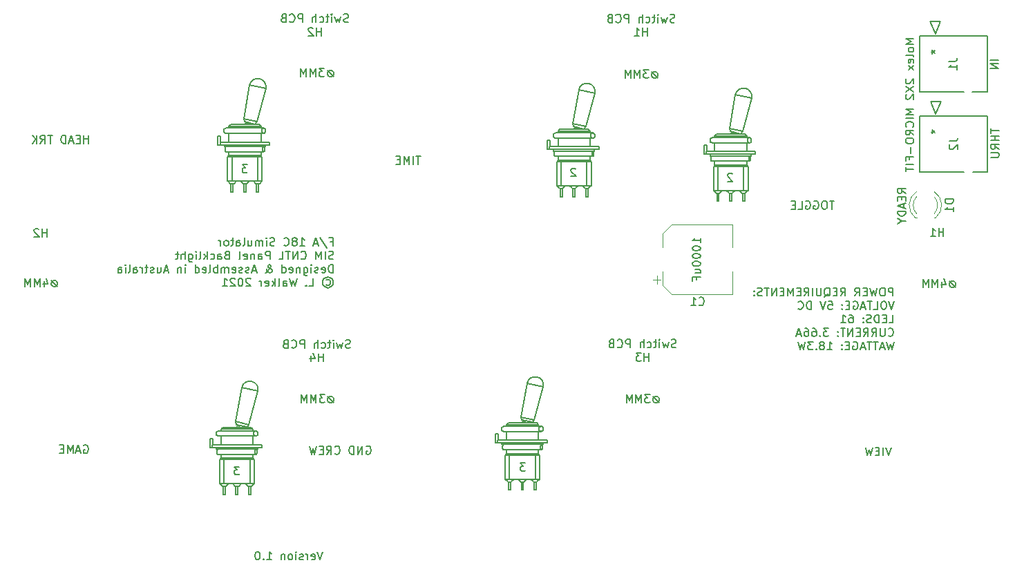
<source format=gbr>
%TF.GenerationSoftware,KiCad,Pcbnew,(5.1.6)-1*%
%TF.CreationDate,2020-11-25T11:23:34+11:00*%
%TF.ProjectId,SIM CNTL Panel PCB V1,53494d20-434e-4544-9c20-50616e656c20,rev?*%
%TF.SameCoordinates,Original*%
%TF.FileFunction,Legend,Bot*%
%TF.FilePolarity,Positive*%
%FSLAX46Y46*%
G04 Gerber Fmt 4.6, Leading zero omitted, Abs format (unit mm)*
G04 Created by KiCad (PCBNEW (5.1.6)-1) date 2020-11-25 11:23:34*
%MOMM*%
%LPD*%
G01*
G04 APERTURE LIST*
%ADD10C,0.150000*%
%ADD11C,0.200000*%
%ADD12C,0.152400*%
%ADD13C,0.120000*%
G04 APERTURE END LIST*
D10*
X131965485Y-100249076D02*
X131775009Y-100249076D01*
X131584533Y-100344314D01*
X131489295Y-100534790D01*
X131489295Y-100725266D01*
X131584533Y-100915742D01*
X131775009Y-101010980D01*
X131965485Y-101010980D01*
X132155961Y-100915742D01*
X132251200Y-100725266D01*
X132251200Y-100534790D01*
X132155961Y-100344314D01*
X131965485Y-100249076D01*
X131489295Y-100249076D02*
X132251200Y-101010980D01*
X131108342Y-100010980D02*
X130489295Y-100010980D01*
X130822628Y-100391933D01*
X130679771Y-100391933D01*
X130584533Y-100439552D01*
X130536914Y-100487171D01*
X130489295Y-100582409D01*
X130489295Y-100820504D01*
X130536914Y-100915742D01*
X130584533Y-100963361D01*
X130679771Y-101010980D01*
X130965485Y-101010980D01*
X131060723Y-100963361D01*
X131108342Y-100915742D01*
X130060723Y-101010980D02*
X130060723Y-100010980D01*
X129727390Y-100725266D01*
X129394057Y-100010980D01*
X129394057Y-101010980D01*
X128917866Y-101010980D02*
X128917866Y-100010980D01*
X128584533Y-100725266D01*
X128251200Y-100010980D01*
X128251200Y-101010980D01*
X171818085Y-100249076D02*
X171627609Y-100249076D01*
X171437133Y-100344314D01*
X171341895Y-100534790D01*
X171341895Y-100725266D01*
X171437133Y-100915742D01*
X171627609Y-101010980D01*
X171818085Y-101010980D01*
X172008561Y-100915742D01*
X172103800Y-100725266D01*
X172103800Y-100534790D01*
X172008561Y-100344314D01*
X171818085Y-100249076D01*
X171341895Y-100249076D02*
X172103800Y-101010980D01*
X170960942Y-100010980D02*
X170341895Y-100010980D01*
X170675228Y-100391933D01*
X170532371Y-100391933D01*
X170437133Y-100439552D01*
X170389514Y-100487171D01*
X170341895Y-100582409D01*
X170341895Y-100820504D01*
X170389514Y-100915742D01*
X170437133Y-100963361D01*
X170532371Y-101010980D01*
X170818085Y-101010980D01*
X170913323Y-100963361D01*
X170960942Y-100915742D01*
X169913323Y-101010980D02*
X169913323Y-100010980D01*
X169579990Y-100725266D01*
X169246657Y-100010980D01*
X169246657Y-101010980D01*
X168770466Y-101010980D02*
X168770466Y-100010980D01*
X168437133Y-100725266D01*
X168103800Y-100010980D01*
X168103800Y-101010980D01*
X171665685Y-60447276D02*
X171475209Y-60447276D01*
X171284733Y-60542514D01*
X171189495Y-60732990D01*
X171189495Y-60923466D01*
X171284733Y-61113942D01*
X171475209Y-61209180D01*
X171665685Y-61209180D01*
X171856161Y-61113942D01*
X171951400Y-60923466D01*
X171951400Y-60732990D01*
X171856161Y-60542514D01*
X171665685Y-60447276D01*
X171189495Y-60447276D02*
X171951400Y-61209180D01*
X170808542Y-60209180D02*
X170189495Y-60209180D01*
X170522828Y-60590133D01*
X170379971Y-60590133D01*
X170284733Y-60637752D01*
X170237114Y-60685371D01*
X170189495Y-60780609D01*
X170189495Y-61018704D01*
X170237114Y-61113942D01*
X170284733Y-61161561D01*
X170379971Y-61209180D01*
X170665685Y-61209180D01*
X170760923Y-61161561D01*
X170808542Y-61113942D01*
X169760923Y-61209180D02*
X169760923Y-60209180D01*
X169427590Y-60923466D01*
X169094257Y-60209180D01*
X169094257Y-61209180D01*
X168618066Y-61209180D02*
X168618066Y-60209180D01*
X168284733Y-60923466D01*
X167951400Y-60209180D01*
X167951400Y-61209180D01*
X131914685Y-60269476D02*
X131724209Y-60269476D01*
X131533733Y-60364714D01*
X131438495Y-60555190D01*
X131438495Y-60745666D01*
X131533733Y-60936142D01*
X131724209Y-61031380D01*
X131914685Y-61031380D01*
X132105161Y-60936142D01*
X132200400Y-60745666D01*
X132200400Y-60555190D01*
X132105161Y-60364714D01*
X131914685Y-60269476D01*
X131438495Y-60269476D02*
X132200400Y-61031380D01*
X131057542Y-60031380D02*
X130438495Y-60031380D01*
X130771828Y-60412333D01*
X130628971Y-60412333D01*
X130533733Y-60459952D01*
X130486114Y-60507571D01*
X130438495Y-60602809D01*
X130438495Y-60840904D01*
X130486114Y-60936142D01*
X130533733Y-60983761D01*
X130628971Y-61031380D01*
X130914685Y-61031380D01*
X131009923Y-60983761D01*
X131057542Y-60936142D01*
X130009923Y-61031380D02*
X130009923Y-60031380D01*
X129676590Y-60745666D01*
X129343257Y-60031380D01*
X129343257Y-61031380D01*
X128867066Y-61031380D02*
X128867066Y-60031380D01*
X128533733Y-60745666D01*
X128200400Y-60031380D01*
X128200400Y-61031380D01*
X134244838Y-94270961D02*
X134101980Y-94318580D01*
X133863885Y-94318580D01*
X133768647Y-94270961D01*
X133721028Y-94223342D01*
X133673409Y-94128104D01*
X133673409Y-94032866D01*
X133721028Y-93937628D01*
X133768647Y-93890009D01*
X133863885Y-93842390D01*
X134054361Y-93794771D01*
X134149600Y-93747152D01*
X134197219Y-93699533D01*
X134244838Y-93604295D01*
X134244838Y-93509057D01*
X134197219Y-93413819D01*
X134149600Y-93366200D01*
X134054361Y-93318580D01*
X133816266Y-93318580D01*
X133673409Y-93366200D01*
X133340076Y-93651914D02*
X133149600Y-94318580D01*
X132959123Y-93842390D01*
X132768647Y-94318580D01*
X132578171Y-93651914D01*
X132197219Y-94318580D02*
X132197219Y-93651914D01*
X132197219Y-93318580D02*
X132244838Y-93366200D01*
X132197219Y-93413819D01*
X132149600Y-93366200D01*
X132197219Y-93318580D01*
X132197219Y-93413819D01*
X131863885Y-93651914D02*
X131482933Y-93651914D01*
X131721028Y-93318580D02*
X131721028Y-94175723D01*
X131673409Y-94270961D01*
X131578171Y-94318580D01*
X131482933Y-94318580D01*
X130721028Y-94270961D02*
X130816266Y-94318580D01*
X131006742Y-94318580D01*
X131101980Y-94270961D01*
X131149600Y-94223342D01*
X131197219Y-94128104D01*
X131197219Y-93842390D01*
X131149600Y-93747152D01*
X131101980Y-93699533D01*
X131006742Y-93651914D01*
X130816266Y-93651914D01*
X130721028Y-93699533D01*
X130292457Y-94318580D02*
X130292457Y-93318580D01*
X129863885Y-94318580D02*
X129863885Y-93794771D01*
X129911504Y-93699533D01*
X130006742Y-93651914D01*
X130149600Y-93651914D01*
X130244838Y-93699533D01*
X130292457Y-93747152D01*
X128625790Y-94318580D02*
X128625790Y-93318580D01*
X128244838Y-93318580D01*
X128149600Y-93366200D01*
X128101980Y-93413819D01*
X128054361Y-93509057D01*
X128054361Y-93651914D01*
X128101980Y-93747152D01*
X128149600Y-93794771D01*
X128244838Y-93842390D01*
X128625790Y-93842390D01*
X127054361Y-94223342D02*
X127101980Y-94270961D01*
X127244838Y-94318580D01*
X127340076Y-94318580D01*
X127482933Y-94270961D01*
X127578171Y-94175723D01*
X127625790Y-94080485D01*
X127673409Y-93890009D01*
X127673409Y-93747152D01*
X127625790Y-93556676D01*
X127578171Y-93461438D01*
X127482933Y-93366200D01*
X127340076Y-93318580D01*
X127244838Y-93318580D01*
X127101980Y-93366200D01*
X127054361Y-93413819D01*
X126292457Y-93794771D02*
X126149600Y-93842390D01*
X126101980Y-93890009D01*
X126054361Y-93985247D01*
X126054361Y-94128104D01*
X126101980Y-94223342D01*
X126149600Y-94270961D01*
X126244838Y-94318580D01*
X126625790Y-94318580D01*
X126625790Y-93318580D01*
X126292457Y-93318580D01*
X126197219Y-93366200D01*
X126149600Y-93413819D01*
X126101980Y-93509057D01*
X126101980Y-93604295D01*
X126149600Y-93699533D01*
X126197219Y-93747152D01*
X126292457Y-93794771D01*
X126625790Y-93794771D01*
X130911504Y-95968580D02*
X130911504Y-94968580D01*
X130911504Y-95444771D02*
X130340076Y-95444771D01*
X130340076Y-95968580D02*
X130340076Y-94968580D01*
X129435314Y-95301914D02*
X129435314Y-95968580D01*
X129673409Y-94920961D02*
X129911504Y-95635247D01*
X129292457Y-95635247D01*
X174173638Y-94220161D02*
X174030780Y-94267780D01*
X173792685Y-94267780D01*
X173697447Y-94220161D01*
X173649828Y-94172542D01*
X173602209Y-94077304D01*
X173602209Y-93982066D01*
X173649828Y-93886828D01*
X173697447Y-93839209D01*
X173792685Y-93791590D01*
X173983161Y-93743971D01*
X174078400Y-93696352D01*
X174126019Y-93648733D01*
X174173638Y-93553495D01*
X174173638Y-93458257D01*
X174126019Y-93363019D01*
X174078400Y-93315400D01*
X173983161Y-93267780D01*
X173745066Y-93267780D01*
X173602209Y-93315400D01*
X173268876Y-93601114D02*
X173078400Y-94267780D01*
X172887923Y-93791590D01*
X172697447Y-94267780D01*
X172506971Y-93601114D01*
X172126019Y-94267780D02*
X172126019Y-93601114D01*
X172126019Y-93267780D02*
X172173638Y-93315400D01*
X172126019Y-93363019D01*
X172078400Y-93315400D01*
X172126019Y-93267780D01*
X172126019Y-93363019D01*
X171792685Y-93601114D02*
X171411733Y-93601114D01*
X171649828Y-93267780D02*
X171649828Y-94124923D01*
X171602209Y-94220161D01*
X171506971Y-94267780D01*
X171411733Y-94267780D01*
X170649828Y-94220161D02*
X170745066Y-94267780D01*
X170935542Y-94267780D01*
X171030780Y-94220161D01*
X171078400Y-94172542D01*
X171126019Y-94077304D01*
X171126019Y-93791590D01*
X171078400Y-93696352D01*
X171030780Y-93648733D01*
X170935542Y-93601114D01*
X170745066Y-93601114D01*
X170649828Y-93648733D01*
X170221257Y-94267780D02*
X170221257Y-93267780D01*
X169792685Y-94267780D02*
X169792685Y-93743971D01*
X169840304Y-93648733D01*
X169935542Y-93601114D01*
X170078400Y-93601114D01*
X170173638Y-93648733D01*
X170221257Y-93696352D01*
X168554590Y-94267780D02*
X168554590Y-93267780D01*
X168173638Y-93267780D01*
X168078400Y-93315400D01*
X168030780Y-93363019D01*
X167983161Y-93458257D01*
X167983161Y-93601114D01*
X168030780Y-93696352D01*
X168078400Y-93743971D01*
X168173638Y-93791590D01*
X168554590Y-93791590D01*
X166983161Y-94172542D02*
X167030780Y-94220161D01*
X167173638Y-94267780D01*
X167268876Y-94267780D01*
X167411733Y-94220161D01*
X167506971Y-94124923D01*
X167554590Y-94029685D01*
X167602209Y-93839209D01*
X167602209Y-93696352D01*
X167554590Y-93505876D01*
X167506971Y-93410638D01*
X167411733Y-93315400D01*
X167268876Y-93267780D01*
X167173638Y-93267780D01*
X167030780Y-93315400D01*
X166983161Y-93363019D01*
X166221257Y-93743971D02*
X166078400Y-93791590D01*
X166030780Y-93839209D01*
X165983161Y-93934447D01*
X165983161Y-94077304D01*
X166030780Y-94172542D01*
X166078400Y-94220161D01*
X166173638Y-94267780D01*
X166554590Y-94267780D01*
X166554590Y-93267780D01*
X166221257Y-93267780D01*
X166126019Y-93315400D01*
X166078400Y-93363019D01*
X166030780Y-93458257D01*
X166030780Y-93553495D01*
X166078400Y-93648733D01*
X166126019Y-93696352D01*
X166221257Y-93743971D01*
X166554590Y-93743971D01*
X170840304Y-95917780D02*
X170840304Y-94917780D01*
X170840304Y-95393971D02*
X170268876Y-95393971D01*
X170268876Y-95917780D02*
X170268876Y-94917780D01*
X169887923Y-94917780D02*
X169268876Y-94917780D01*
X169602209Y-95298733D01*
X169459352Y-95298733D01*
X169364114Y-95346352D01*
X169316495Y-95393971D01*
X169268876Y-95489209D01*
X169268876Y-95727304D01*
X169316495Y-95822542D01*
X169364114Y-95870161D01*
X169459352Y-95917780D01*
X169745066Y-95917780D01*
X169840304Y-95870161D01*
X169887923Y-95822542D01*
X134016238Y-54342161D02*
X133873380Y-54389780D01*
X133635285Y-54389780D01*
X133540047Y-54342161D01*
X133492428Y-54294542D01*
X133444809Y-54199304D01*
X133444809Y-54104066D01*
X133492428Y-54008828D01*
X133540047Y-53961209D01*
X133635285Y-53913590D01*
X133825761Y-53865971D01*
X133921000Y-53818352D01*
X133968619Y-53770733D01*
X134016238Y-53675495D01*
X134016238Y-53580257D01*
X133968619Y-53485019D01*
X133921000Y-53437400D01*
X133825761Y-53389780D01*
X133587666Y-53389780D01*
X133444809Y-53437400D01*
X133111476Y-53723114D02*
X132921000Y-54389780D01*
X132730523Y-53913590D01*
X132540047Y-54389780D01*
X132349571Y-53723114D01*
X131968619Y-54389780D02*
X131968619Y-53723114D01*
X131968619Y-53389780D02*
X132016238Y-53437400D01*
X131968619Y-53485019D01*
X131921000Y-53437400D01*
X131968619Y-53389780D01*
X131968619Y-53485019D01*
X131635285Y-53723114D02*
X131254333Y-53723114D01*
X131492428Y-53389780D02*
X131492428Y-54246923D01*
X131444809Y-54342161D01*
X131349571Y-54389780D01*
X131254333Y-54389780D01*
X130492428Y-54342161D02*
X130587666Y-54389780D01*
X130778142Y-54389780D01*
X130873380Y-54342161D01*
X130921000Y-54294542D01*
X130968619Y-54199304D01*
X130968619Y-53913590D01*
X130921000Y-53818352D01*
X130873380Y-53770733D01*
X130778142Y-53723114D01*
X130587666Y-53723114D01*
X130492428Y-53770733D01*
X130063857Y-54389780D02*
X130063857Y-53389780D01*
X129635285Y-54389780D02*
X129635285Y-53865971D01*
X129682904Y-53770733D01*
X129778142Y-53723114D01*
X129921000Y-53723114D01*
X130016238Y-53770733D01*
X130063857Y-53818352D01*
X128397190Y-54389780D02*
X128397190Y-53389780D01*
X128016238Y-53389780D01*
X127921000Y-53437400D01*
X127873380Y-53485019D01*
X127825761Y-53580257D01*
X127825761Y-53723114D01*
X127873380Y-53818352D01*
X127921000Y-53865971D01*
X128016238Y-53913590D01*
X128397190Y-53913590D01*
X126825761Y-54294542D02*
X126873380Y-54342161D01*
X127016238Y-54389780D01*
X127111476Y-54389780D01*
X127254333Y-54342161D01*
X127349571Y-54246923D01*
X127397190Y-54151685D01*
X127444809Y-53961209D01*
X127444809Y-53818352D01*
X127397190Y-53627876D01*
X127349571Y-53532638D01*
X127254333Y-53437400D01*
X127111476Y-53389780D01*
X127016238Y-53389780D01*
X126873380Y-53437400D01*
X126825761Y-53485019D01*
X126063857Y-53865971D02*
X125921000Y-53913590D01*
X125873380Y-53961209D01*
X125825761Y-54056447D01*
X125825761Y-54199304D01*
X125873380Y-54294542D01*
X125921000Y-54342161D01*
X126016238Y-54389780D01*
X126397190Y-54389780D01*
X126397190Y-53389780D01*
X126063857Y-53389780D01*
X125968619Y-53437400D01*
X125921000Y-53485019D01*
X125873380Y-53580257D01*
X125873380Y-53675495D01*
X125921000Y-53770733D01*
X125968619Y-53818352D01*
X126063857Y-53865971D01*
X126397190Y-53865971D01*
X130682904Y-56039780D02*
X130682904Y-55039780D01*
X130682904Y-55515971D02*
X130111476Y-55515971D01*
X130111476Y-56039780D02*
X130111476Y-55039780D01*
X129682904Y-55135019D02*
X129635285Y-55087400D01*
X129540047Y-55039780D01*
X129301952Y-55039780D01*
X129206714Y-55087400D01*
X129159095Y-55135019D01*
X129111476Y-55230257D01*
X129111476Y-55325495D01*
X129159095Y-55468352D01*
X129730523Y-56039780D01*
X129111476Y-56039780D01*
X173995838Y-54367561D02*
X173852980Y-54415180D01*
X173614885Y-54415180D01*
X173519647Y-54367561D01*
X173472028Y-54319942D01*
X173424409Y-54224704D01*
X173424409Y-54129466D01*
X173472028Y-54034228D01*
X173519647Y-53986609D01*
X173614885Y-53938990D01*
X173805361Y-53891371D01*
X173900600Y-53843752D01*
X173948219Y-53796133D01*
X173995838Y-53700895D01*
X173995838Y-53605657D01*
X173948219Y-53510419D01*
X173900600Y-53462800D01*
X173805361Y-53415180D01*
X173567266Y-53415180D01*
X173424409Y-53462800D01*
X173091076Y-53748514D02*
X172900600Y-54415180D01*
X172710123Y-53938990D01*
X172519647Y-54415180D01*
X172329171Y-53748514D01*
X171948219Y-54415180D02*
X171948219Y-53748514D01*
X171948219Y-53415180D02*
X171995838Y-53462800D01*
X171948219Y-53510419D01*
X171900600Y-53462800D01*
X171948219Y-53415180D01*
X171948219Y-53510419D01*
X171614885Y-53748514D02*
X171233933Y-53748514D01*
X171472028Y-53415180D02*
X171472028Y-54272323D01*
X171424409Y-54367561D01*
X171329171Y-54415180D01*
X171233933Y-54415180D01*
X170472028Y-54367561D02*
X170567266Y-54415180D01*
X170757742Y-54415180D01*
X170852980Y-54367561D01*
X170900600Y-54319942D01*
X170948219Y-54224704D01*
X170948219Y-53938990D01*
X170900600Y-53843752D01*
X170852980Y-53796133D01*
X170757742Y-53748514D01*
X170567266Y-53748514D01*
X170472028Y-53796133D01*
X170043457Y-54415180D02*
X170043457Y-53415180D01*
X169614885Y-54415180D02*
X169614885Y-53891371D01*
X169662504Y-53796133D01*
X169757742Y-53748514D01*
X169900600Y-53748514D01*
X169995838Y-53796133D01*
X170043457Y-53843752D01*
X168376790Y-54415180D02*
X168376790Y-53415180D01*
X167995838Y-53415180D01*
X167900600Y-53462800D01*
X167852980Y-53510419D01*
X167805361Y-53605657D01*
X167805361Y-53748514D01*
X167852980Y-53843752D01*
X167900600Y-53891371D01*
X167995838Y-53938990D01*
X168376790Y-53938990D01*
X166805361Y-54319942D02*
X166852980Y-54367561D01*
X166995838Y-54415180D01*
X167091076Y-54415180D01*
X167233933Y-54367561D01*
X167329171Y-54272323D01*
X167376790Y-54177085D01*
X167424409Y-53986609D01*
X167424409Y-53843752D01*
X167376790Y-53653276D01*
X167329171Y-53558038D01*
X167233933Y-53462800D01*
X167091076Y-53415180D01*
X166995838Y-53415180D01*
X166852980Y-53462800D01*
X166805361Y-53510419D01*
X166043457Y-53891371D02*
X165900600Y-53938990D01*
X165852980Y-53986609D01*
X165805361Y-54081847D01*
X165805361Y-54224704D01*
X165852980Y-54319942D01*
X165900600Y-54367561D01*
X165995838Y-54415180D01*
X166376790Y-54415180D01*
X166376790Y-53415180D01*
X166043457Y-53415180D01*
X165948219Y-53462800D01*
X165900600Y-53510419D01*
X165852980Y-53605657D01*
X165852980Y-53700895D01*
X165900600Y-53796133D01*
X165948219Y-53843752D01*
X166043457Y-53891371D01*
X166376790Y-53891371D01*
X170662504Y-56065180D02*
X170662504Y-55065180D01*
X170662504Y-55541371D02*
X170091076Y-55541371D01*
X170091076Y-56065180D02*
X170091076Y-55065180D01*
X169091076Y-56065180D02*
X169662504Y-56065180D01*
X169376790Y-56065180D02*
X169376790Y-55065180D01*
X169472028Y-55208038D01*
X169567266Y-55303276D01*
X169662504Y-55350895D01*
X97078704Y-80690980D02*
X97078704Y-79690980D01*
X97078704Y-80167171D02*
X96507276Y-80167171D01*
X96507276Y-80690980D02*
X96507276Y-79690980D01*
X96078704Y-79786219D02*
X96031085Y-79738600D01*
X95935847Y-79690980D01*
X95697752Y-79690980D01*
X95602514Y-79738600D01*
X95554895Y-79786219D01*
X95507276Y-79881457D01*
X95507276Y-79976695D01*
X95554895Y-80119552D01*
X96126323Y-80690980D01*
X95507276Y-80690980D01*
X206933704Y-80614780D02*
X206933704Y-79614780D01*
X206933704Y-80090971D02*
X206362276Y-80090971D01*
X206362276Y-80614780D02*
X206362276Y-79614780D01*
X205362276Y-80614780D02*
X205933704Y-80614780D01*
X205647990Y-80614780D02*
X205647990Y-79614780D01*
X205743228Y-79757638D01*
X205838466Y-79852876D01*
X205933704Y-79900495D01*
X181057514Y-72979019D02*
X181009895Y-72931400D01*
X180914657Y-72883780D01*
X180676561Y-72883780D01*
X180581323Y-72931400D01*
X180533704Y-72979019D01*
X180486085Y-73074257D01*
X180486085Y-73169495D01*
X180533704Y-73312352D01*
X181105133Y-73883780D01*
X180486085Y-73883780D01*
X203296780Y-56393771D02*
X202296780Y-56393771D01*
X203011066Y-56727104D01*
X202296780Y-57060438D01*
X203296780Y-57060438D01*
X203296780Y-57679485D02*
X203249161Y-57584247D01*
X203201542Y-57536628D01*
X203106304Y-57489009D01*
X202820590Y-57489009D01*
X202725352Y-57536628D01*
X202677733Y-57584247D01*
X202630114Y-57679485D01*
X202630114Y-57822342D01*
X202677733Y-57917580D01*
X202725352Y-57965200D01*
X202820590Y-58012819D01*
X203106304Y-58012819D01*
X203201542Y-57965200D01*
X203249161Y-57917580D01*
X203296780Y-57822342D01*
X203296780Y-57679485D01*
X203296780Y-58584247D02*
X203249161Y-58489009D01*
X203153923Y-58441390D01*
X202296780Y-58441390D01*
X203249161Y-59346152D02*
X203296780Y-59250914D01*
X203296780Y-59060438D01*
X203249161Y-58965200D01*
X203153923Y-58917580D01*
X202772971Y-58917580D01*
X202677733Y-58965200D01*
X202630114Y-59060438D01*
X202630114Y-59250914D01*
X202677733Y-59346152D01*
X202772971Y-59393771D01*
X202868209Y-59393771D01*
X202963447Y-58917580D01*
X203296780Y-59727104D02*
X202630114Y-60250914D01*
X202630114Y-59727104D02*
X203296780Y-60250914D01*
X202392019Y-61346152D02*
X202344400Y-61393771D01*
X202296780Y-61489009D01*
X202296780Y-61727104D01*
X202344400Y-61822342D01*
X202392019Y-61869961D01*
X202487257Y-61917580D01*
X202582495Y-61917580D01*
X202725352Y-61869961D01*
X203296780Y-61298533D01*
X203296780Y-61917580D01*
X202296780Y-62250914D02*
X203296780Y-62917580D01*
X202296780Y-62917580D02*
X203296780Y-62250914D01*
X202392019Y-63250914D02*
X202344400Y-63298533D01*
X202296780Y-63393771D01*
X202296780Y-63631866D01*
X202344400Y-63727104D01*
X202392019Y-63774723D01*
X202487257Y-63822342D01*
X202582495Y-63822342D01*
X202725352Y-63774723D01*
X203296780Y-63203295D01*
X203296780Y-63822342D01*
X203296780Y-65012819D02*
X202296780Y-65012819D01*
X203011066Y-65346152D01*
X202296780Y-65679485D01*
X203296780Y-65679485D01*
X203296780Y-66155676D02*
X202296780Y-66155676D01*
X203201542Y-67203295D02*
X203249161Y-67155676D01*
X203296780Y-67012819D01*
X203296780Y-66917580D01*
X203249161Y-66774723D01*
X203153923Y-66679485D01*
X203058685Y-66631866D01*
X202868209Y-66584247D01*
X202725352Y-66584247D01*
X202534876Y-66631866D01*
X202439638Y-66679485D01*
X202344400Y-66774723D01*
X202296780Y-66917580D01*
X202296780Y-67012819D01*
X202344400Y-67155676D01*
X202392019Y-67203295D01*
X203296780Y-68203295D02*
X202820590Y-67869961D01*
X203296780Y-67631866D02*
X202296780Y-67631866D01*
X202296780Y-68012819D01*
X202344400Y-68108057D01*
X202392019Y-68155676D01*
X202487257Y-68203295D01*
X202630114Y-68203295D01*
X202725352Y-68155676D01*
X202772971Y-68108057D01*
X202820590Y-68012819D01*
X202820590Y-67631866D01*
X202296780Y-68822342D02*
X202296780Y-69012819D01*
X202344400Y-69108057D01*
X202439638Y-69203295D01*
X202630114Y-69250914D01*
X202963447Y-69250914D01*
X203153923Y-69203295D01*
X203249161Y-69108057D01*
X203296780Y-69012819D01*
X203296780Y-68822342D01*
X203249161Y-68727104D01*
X203153923Y-68631866D01*
X202963447Y-68584247D01*
X202630114Y-68584247D01*
X202439638Y-68631866D01*
X202344400Y-68727104D01*
X202296780Y-68822342D01*
X202915828Y-69679485D02*
X202915828Y-70441390D01*
X202772971Y-71250914D02*
X202772971Y-70917580D01*
X203296780Y-70917580D02*
X202296780Y-70917580D01*
X202296780Y-71393771D01*
X203296780Y-71774723D02*
X202296780Y-71774723D01*
X202296780Y-72108057D02*
X202296780Y-72679485D01*
X203296780Y-72393771D02*
X202296780Y-72393771D01*
X155705133Y-108392980D02*
X155086085Y-108392980D01*
X155419419Y-108773933D01*
X155276561Y-108773933D01*
X155181323Y-108821552D01*
X155133704Y-108869171D01*
X155086085Y-108964409D01*
X155086085Y-109202504D01*
X155133704Y-109297742D01*
X155181323Y-109345361D01*
X155276561Y-109392980D01*
X155562276Y-109392980D01*
X155657514Y-109345361D01*
X155705133Y-109297742D01*
X120653133Y-108850180D02*
X120034085Y-108850180D01*
X120367419Y-109231133D01*
X120224561Y-109231133D01*
X120129323Y-109278752D01*
X120081704Y-109326371D01*
X120034085Y-109421609D01*
X120034085Y-109659704D01*
X120081704Y-109754942D01*
X120129323Y-109802561D01*
X120224561Y-109850180D01*
X120510276Y-109850180D01*
X120605514Y-109802561D01*
X120653133Y-109754942D01*
X161855114Y-72369419D02*
X161807495Y-72321800D01*
X161712257Y-72274180D01*
X161474161Y-72274180D01*
X161378923Y-72321800D01*
X161331304Y-72369419D01*
X161283685Y-72464657D01*
X161283685Y-72559895D01*
X161331304Y-72702752D01*
X161902733Y-73274180D01*
X161283685Y-73274180D01*
X121643733Y-71842380D02*
X121024685Y-71842380D01*
X121358019Y-72223333D01*
X121215161Y-72223333D01*
X121119923Y-72270952D01*
X121072304Y-72318571D01*
X121024685Y-72413809D01*
X121024685Y-72651904D01*
X121072304Y-72747142D01*
X121119923Y-72794761D01*
X121215161Y-72842380D01*
X121500876Y-72842380D01*
X121596114Y-72794761D01*
X121643733Y-72747142D01*
X177160180Y-81415190D02*
X177160180Y-80843761D01*
X177160180Y-81129476D02*
X176160180Y-81129476D01*
X176303038Y-81034238D01*
X176398276Y-80939000D01*
X176445895Y-80843761D01*
X176160180Y-82034238D02*
X176160180Y-82129476D01*
X176207800Y-82224714D01*
X176255419Y-82272333D01*
X176350657Y-82319952D01*
X176541133Y-82367571D01*
X176779228Y-82367571D01*
X176969704Y-82319952D01*
X177064942Y-82272333D01*
X177112561Y-82224714D01*
X177160180Y-82129476D01*
X177160180Y-82034238D01*
X177112561Y-81939000D01*
X177064942Y-81891380D01*
X176969704Y-81843761D01*
X176779228Y-81796142D01*
X176541133Y-81796142D01*
X176350657Y-81843761D01*
X176255419Y-81891380D01*
X176207800Y-81939000D01*
X176160180Y-82034238D01*
X176160180Y-82986619D02*
X176160180Y-83081857D01*
X176207800Y-83177095D01*
X176255419Y-83224714D01*
X176350657Y-83272333D01*
X176541133Y-83319952D01*
X176779228Y-83319952D01*
X176969704Y-83272333D01*
X177064942Y-83224714D01*
X177112561Y-83177095D01*
X177160180Y-83081857D01*
X177160180Y-82986619D01*
X177112561Y-82891380D01*
X177064942Y-82843761D01*
X176969704Y-82796142D01*
X176779228Y-82748523D01*
X176541133Y-82748523D01*
X176350657Y-82796142D01*
X176255419Y-82843761D01*
X176207800Y-82891380D01*
X176160180Y-82986619D01*
X176160180Y-83939000D02*
X176160180Y-84034238D01*
X176207800Y-84129476D01*
X176255419Y-84177095D01*
X176350657Y-84224714D01*
X176541133Y-84272333D01*
X176779228Y-84272333D01*
X176969704Y-84224714D01*
X177064942Y-84177095D01*
X177112561Y-84129476D01*
X177160180Y-84034238D01*
X177160180Y-83939000D01*
X177112561Y-83843761D01*
X177064942Y-83796142D01*
X176969704Y-83748523D01*
X176779228Y-83700904D01*
X176541133Y-83700904D01*
X176350657Y-83748523D01*
X176255419Y-83796142D01*
X176207800Y-83843761D01*
X176160180Y-83939000D01*
X176493514Y-85129476D02*
X177160180Y-85129476D01*
X176493514Y-84700904D02*
X177017323Y-84700904D01*
X177112561Y-84748523D01*
X177160180Y-84843761D01*
X177160180Y-84986619D01*
X177112561Y-85081857D01*
X177064942Y-85129476D01*
X176636371Y-85939000D02*
X176636371Y-85605666D01*
X177160180Y-85605666D02*
X176160180Y-85605666D01*
X176160180Y-86081857D01*
X202331580Y-75360400D02*
X201855390Y-75027066D01*
X202331580Y-74788971D02*
X201331580Y-74788971D01*
X201331580Y-75169923D01*
X201379200Y-75265161D01*
X201426819Y-75312780D01*
X201522057Y-75360400D01*
X201664914Y-75360400D01*
X201760152Y-75312780D01*
X201807771Y-75265161D01*
X201855390Y-75169923D01*
X201855390Y-74788971D01*
X201807771Y-75788971D02*
X201807771Y-76122304D01*
X202331580Y-76265161D02*
X202331580Y-75788971D01*
X201331580Y-75788971D01*
X201331580Y-76265161D01*
X202045866Y-76646114D02*
X202045866Y-77122304D01*
X202331580Y-76550876D02*
X201331580Y-76884209D01*
X202331580Y-77217542D01*
X202331580Y-77550876D02*
X201331580Y-77550876D01*
X201331580Y-77788971D01*
X201379200Y-77931828D01*
X201474438Y-78027066D01*
X201569676Y-78074685D01*
X201760152Y-78122304D01*
X201903009Y-78122304D01*
X202093485Y-78074685D01*
X202188723Y-78027066D01*
X202283961Y-77931828D01*
X202331580Y-77788971D01*
X202331580Y-77550876D01*
X201855390Y-78741352D02*
X202331580Y-78741352D01*
X201331580Y-78408019D02*
X201855390Y-78741352D01*
X201331580Y-79074685D01*
X212761580Y-67407066D02*
X212761580Y-67978495D01*
X213761580Y-67692780D02*
X212761580Y-67692780D01*
X213761580Y-68311828D02*
X212761580Y-68311828D01*
X213237771Y-68311828D02*
X213237771Y-68883257D01*
X213761580Y-68883257D02*
X212761580Y-68883257D01*
X213761580Y-69930876D02*
X213285390Y-69597542D01*
X213761580Y-69359447D02*
X212761580Y-69359447D01*
X212761580Y-69740400D01*
X212809200Y-69835638D01*
X212856819Y-69883257D01*
X212952057Y-69930876D01*
X213094914Y-69930876D01*
X213190152Y-69883257D01*
X213237771Y-69835638D01*
X213285390Y-69740400D01*
X213285390Y-69359447D01*
X212761580Y-70359447D02*
X213571104Y-70359447D01*
X213666342Y-70407066D01*
X213713961Y-70454685D01*
X213761580Y-70549923D01*
X213761580Y-70740400D01*
X213713961Y-70835638D01*
X213666342Y-70883257D01*
X213571104Y-70930876D01*
X212761580Y-70930876D01*
X213659980Y-58988390D02*
X212659980Y-58988390D01*
X213659980Y-59464580D02*
X212659980Y-59464580D01*
X213659980Y-60036009D01*
X212659980Y-60036009D01*
X208140085Y-86101276D02*
X207949609Y-86101276D01*
X207759133Y-86196514D01*
X207663895Y-86386990D01*
X207663895Y-86577466D01*
X207759133Y-86767942D01*
X207949609Y-86863180D01*
X208140085Y-86863180D01*
X208330561Y-86767942D01*
X208425800Y-86577466D01*
X208425800Y-86386990D01*
X208330561Y-86196514D01*
X208140085Y-86101276D01*
X207663895Y-86101276D02*
X208425800Y-86863180D01*
X206759133Y-86196514D02*
X206759133Y-86863180D01*
X206997228Y-85815561D02*
X207235323Y-86529847D01*
X206616276Y-86529847D01*
X206235323Y-86863180D02*
X206235323Y-85863180D01*
X205901990Y-86577466D01*
X205568657Y-85863180D01*
X205568657Y-86863180D01*
X205092466Y-86863180D02*
X205092466Y-85863180D01*
X204759133Y-86577466D01*
X204425800Y-85863180D01*
X204425800Y-86863180D01*
X130885676Y-119264180D02*
X130552342Y-120264180D01*
X130219009Y-119264180D01*
X129504723Y-120216561D02*
X129599961Y-120264180D01*
X129790438Y-120264180D01*
X129885676Y-120216561D01*
X129933295Y-120121323D01*
X129933295Y-119740371D01*
X129885676Y-119645133D01*
X129790438Y-119597514D01*
X129599961Y-119597514D01*
X129504723Y-119645133D01*
X129457104Y-119740371D01*
X129457104Y-119835609D01*
X129933295Y-119930847D01*
X129028533Y-120264180D02*
X129028533Y-119597514D01*
X129028533Y-119787990D02*
X128980914Y-119692752D01*
X128933295Y-119645133D01*
X128838057Y-119597514D01*
X128742819Y-119597514D01*
X128457104Y-120216561D02*
X128361866Y-120264180D01*
X128171390Y-120264180D01*
X128076152Y-120216561D01*
X128028533Y-120121323D01*
X128028533Y-120073704D01*
X128076152Y-119978466D01*
X128171390Y-119930847D01*
X128314247Y-119930847D01*
X128409485Y-119883228D01*
X128457104Y-119787990D01*
X128457104Y-119740371D01*
X128409485Y-119645133D01*
X128314247Y-119597514D01*
X128171390Y-119597514D01*
X128076152Y-119645133D01*
X127599961Y-120264180D02*
X127599961Y-119597514D01*
X127599961Y-119264180D02*
X127647580Y-119311800D01*
X127599961Y-119359419D01*
X127552342Y-119311800D01*
X127599961Y-119264180D01*
X127599961Y-119359419D01*
X126980914Y-120264180D02*
X127076152Y-120216561D01*
X127123771Y-120168942D01*
X127171390Y-120073704D01*
X127171390Y-119787990D01*
X127123771Y-119692752D01*
X127076152Y-119645133D01*
X126980914Y-119597514D01*
X126838057Y-119597514D01*
X126742819Y-119645133D01*
X126695200Y-119692752D01*
X126647580Y-119787990D01*
X126647580Y-120073704D01*
X126695200Y-120168942D01*
X126742819Y-120216561D01*
X126838057Y-120264180D01*
X126980914Y-120264180D01*
X126219009Y-119597514D02*
X126219009Y-120264180D01*
X126219009Y-119692752D02*
X126171390Y-119645133D01*
X126076152Y-119597514D01*
X125933295Y-119597514D01*
X125838057Y-119645133D01*
X125790438Y-119740371D01*
X125790438Y-120264180D01*
X124028533Y-120264180D02*
X124599961Y-120264180D01*
X124314247Y-120264180D02*
X124314247Y-119264180D01*
X124409485Y-119407038D01*
X124504723Y-119502276D01*
X124599961Y-119549895D01*
X123599961Y-120168942D02*
X123552342Y-120216561D01*
X123599961Y-120264180D01*
X123647580Y-120216561D01*
X123599961Y-120168942D01*
X123599961Y-120264180D01*
X122933295Y-119264180D02*
X122838057Y-119264180D01*
X122742819Y-119311800D01*
X122695200Y-119359419D01*
X122647580Y-119454657D01*
X122599961Y-119645133D01*
X122599961Y-119883228D01*
X122647580Y-120073704D01*
X122695200Y-120168942D01*
X122742819Y-120216561D01*
X122838057Y-120264180D01*
X122933295Y-120264180D01*
X123028533Y-120216561D01*
X123076152Y-120168942D01*
X123123771Y-120073704D01*
X123171390Y-119883228D01*
X123171390Y-119645133D01*
X123123771Y-119454657D01*
X123076152Y-119359419D01*
X123028533Y-119311800D01*
X122933295Y-119264180D01*
X98107285Y-86050476D02*
X97916809Y-86050476D01*
X97726333Y-86145714D01*
X97631095Y-86336190D01*
X97631095Y-86526666D01*
X97726333Y-86717142D01*
X97916809Y-86812380D01*
X98107285Y-86812380D01*
X98297761Y-86717142D01*
X98393000Y-86526666D01*
X98393000Y-86336190D01*
X98297761Y-86145714D01*
X98107285Y-86050476D01*
X97631095Y-86050476D02*
X98393000Y-86812380D01*
X96726333Y-86145714D02*
X96726333Y-86812380D01*
X96964428Y-85764761D02*
X97202523Y-86479047D01*
X96583476Y-86479047D01*
X96202523Y-86812380D02*
X96202523Y-85812380D01*
X95869190Y-86526666D01*
X95535857Y-85812380D01*
X95535857Y-86812380D01*
X95059666Y-86812380D02*
X95059666Y-85812380D01*
X94726333Y-86526666D01*
X94393000Y-85812380D01*
X94393000Y-86812380D01*
X200528038Y-106487980D02*
X200194704Y-107487980D01*
X199861371Y-106487980D01*
X199528038Y-107487980D02*
X199528038Y-106487980D01*
X199051847Y-106964171D02*
X198718514Y-106964171D01*
X198575657Y-107487980D02*
X199051847Y-107487980D01*
X199051847Y-106487980D01*
X198575657Y-106487980D01*
X198242323Y-106487980D02*
X198004228Y-107487980D01*
X197813752Y-106773695D01*
X197623276Y-107487980D01*
X197385180Y-106487980D01*
X136211866Y-106383200D02*
X136307104Y-106335580D01*
X136449961Y-106335580D01*
X136592819Y-106383200D01*
X136688057Y-106478438D01*
X136735676Y-106573676D01*
X136783295Y-106764152D01*
X136783295Y-106907009D01*
X136735676Y-107097485D01*
X136688057Y-107192723D01*
X136592819Y-107287961D01*
X136449961Y-107335580D01*
X136354723Y-107335580D01*
X136211866Y-107287961D01*
X136164247Y-107240342D01*
X136164247Y-106907009D01*
X136354723Y-106907009D01*
X135735676Y-107335580D02*
X135735676Y-106335580D01*
X135164247Y-107335580D01*
X135164247Y-106335580D01*
X134688057Y-107335580D02*
X134688057Y-106335580D01*
X134449961Y-106335580D01*
X134307104Y-106383200D01*
X134211866Y-106478438D01*
X134164247Y-106573676D01*
X134116628Y-106764152D01*
X134116628Y-106907009D01*
X134164247Y-107097485D01*
X134211866Y-107192723D01*
X134307104Y-107287961D01*
X134449961Y-107335580D01*
X134688057Y-107335580D01*
X132354723Y-107240342D02*
X132402342Y-107287961D01*
X132545200Y-107335580D01*
X132640438Y-107335580D01*
X132783295Y-107287961D01*
X132878533Y-107192723D01*
X132926152Y-107097485D01*
X132973771Y-106907009D01*
X132973771Y-106764152D01*
X132926152Y-106573676D01*
X132878533Y-106478438D01*
X132783295Y-106383200D01*
X132640438Y-106335580D01*
X132545200Y-106335580D01*
X132402342Y-106383200D01*
X132354723Y-106430819D01*
X131354723Y-107335580D02*
X131688057Y-106859390D01*
X131926152Y-107335580D02*
X131926152Y-106335580D01*
X131545200Y-106335580D01*
X131449961Y-106383200D01*
X131402342Y-106430819D01*
X131354723Y-106526057D01*
X131354723Y-106668914D01*
X131402342Y-106764152D01*
X131449961Y-106811771D01*
X131545200Y-106859390D01*
X131926152Y-106859390D01*
X130926152Y-106811771D02*
X130592819Y-106811771D01*
X130449961Y-107335580D02*
X130926152Y-107335580D01*
X130926152Y-106335580D01*
X130449961Y-106335580D01*
X130116628Y-106335580D02*
X129878533Y-107335580D01*
X129688057Y-106621295D01*
X129497580Y-107335580D01*
X129259485Y-106335580D01*
X101596676Y-106256200D02*
X101691914Y-106208580D01*
X101834771Y-106208580D01*
X101977628Y-106256200D01*
X102072866Y-106351438D01*
X102120485Y-106446676D01*
X102168104Y-106637152D01*
X102168104Y-106780009D01*
X102120485Y-106970485D01*
X102072866Y-107065723D01*
X101977628Y-107160961D01*
X101834771Y-107208580D01*
X101739533Y-107208580D01*
X101596676Y-107160961D01*
X101549057Y-107113342D01*
X101549057Y-106780009D01*
X101739533Y-106780009D01*
X101168104Y-106922866D02*
X100691914Y-106922866D01*
X101263342Y-107208580D02*
X100930009Y-106208580D01*
X100596676Y-107208580D01*
X100263342Y-107208580D02*
X100263342Y-106208580D01*
X99930009Y-106922866D01*
X99596676Y-106208580D01*
X99596676Y-107208580D01*
X99120485Y-106684771D02*
X98787152Y-106684771D01*
X98644295Y-107208580D02*
X99120485Y-107208580D01*
X99120485Y-106208580D01*
X98644295Y-106208580D01*
X193547666Y-76287380D02*
X192976238Y-76287380D01*
X193261952Y-77287380D02*
X193261952Y-76287380D01*
X192452428Y-76287380D02*
X192261952Y-76287380D01*
X192166714Y-76335000D01*
X192071476Y-76430238D01*
X192023857Y-76620714D01*
X192023857Y-76954047D01*
X192071476Y-77144523D01*
X192166714Y-77239761D01*
X192261952Y-77287380D01*
X192452428Y-77287380D01*
X192547666Y-77239761D01*
X192642904Y-77144523D01*
X192690523Y-76954047D01*
X192690523Y-76620714D01*
X192642904Y-76430238D01*
X192547666Y-76335000D01*
X192452428Y-76287380D01*
X191071476Y-76335000D02*
X191166714Y-76287380D01*
X191309571Y-76287380D01*
X191452428Y-76335000D01*
X191547666Y-76430238D01*
X191595285Y-76525476D01*
X191642904Y-76715952D01*
X191642904Y-76858809D01*
X191595285Y-77049285D01*
X191547666Y-77144523D01*
X191452428Y-77239761D01*
X191309571Y-77287380D01*
X191214333Y-77287380D01*
X191071476Y-77239761D01*
X191023857Y-77192142D01*
X191023857Y-76858809D01*
X191214333Y-76858809D01*
X190071476Y-76335000D02*
X190166714Y-76287380D01*
X190309571Y-76287380D01*
X190452428Y-76335000D01*
X190547666Y-76430238D01*
X190595285Y-76525476D01*
X190642904Y-76715952D01*
X190642904Y-76858809D01*
X190595285Y-77049285D01*
X190547666Y-77144523D01*
X190452428Y-77239761D01*
X190309571Y-77287380D01*
X190214333Y-77287380D01*
X190071476Y-77239761D01*
X190023857Y-77192142D01*
X190023857Y-76858809D01*
X190214333Y-76858809D01*
X189119095Y-77287380D02*
X189595285Y-77287380D01*
X189595285Y-76287380D01*
X188785761Y-76763571D02*
X188452428Y-76763571D01*
X188309571Y-77287380D02*
X188785761Y-77287380D01*
X188785761Y-76287380D01*
X188309571Y-76287380D01*
X142873219Y-70775580D02*
X142301790Y-70775580D01*
X142587504Y-71775580D02*
X142587504Y-70775580D01*
X141968457Y-71775580D02*
X141968457Y-70775580D01*
X141492266Y-71775580D02*
X141492266Y-70775580D01*
X141158933Y-71489866D01*
X140825600Y-70775580D01*
X140825600Y-71775580D01*
X140349409Y-71251771D02*
X140016076Y-71251771D01*
X139873219Y-71775580D02*
X140349409Y-71775580D01*
X140349409Y-70775580D01*
X139873219Y-70775580D01*
X102183771Y-69235580D02*
X102183771Y-68235580D01*
X102183771Y-68711771D02*
X101612342Y-68711771D01*
X101612342Y-69235580D02*
X101612342Y-68235580D01*
X101136152Y-68711771D02*
X100802819Y-68711771D01*
X100659961Y-69235580D02*
X101136152Y-69235580D01*
X101136152Y-68235580D01*
X100659961Y-68235580D01*
X100279009Y-68949866D02*
X99802819Y-68949866D01*
X100374247Y-69235580D02*
X100040914Y-68235580D01*
X99707580Y-69235580D01*
X99374247Y-69235580D02*
X99374247Y-68235580D01*
X99136152Y-68235580D01*
X98993295Y-68283200D01*
X98898057Y-68378438D01*
X98850438Y-68473676D01*
X98802819Y-68664152D01*
X98802819Y-68807009D01*
X98850438Y-68997485D01*
X98898057Y-69092723D01*
X98993295Y-69187961D01*
X99136152Y-69235580D01*
X99374247Y-69235580D01*
X97755200Y-68235580D02*
X97183771Y-68235580D01*
X97469485Y-69235580D02*
X97469485Y-68235580D01*
X96279009Y-69235580D02*
X96612342Y-68759390D01*
X96850438Y-69235580D02*
X96850438Y-68235580D01*
X96469485Y-68235580D01*
X96374247Y-68283200D01*
X96326628Y-68330819D01*
X96279009Y-68426057D01*
X96279009Y-68568914D01*
X96326628Y-68664152D01*
X96374247Y-68711771D01*
X96469485Y-68759390D01*
X96850438Y-68759390D01*
X95850438Y-69235580D02*
X95850438Y-68235580D01*
X95279009Y-69235580D02*
X95707580Y-68664152D01*
X95279009Y-68235580D02*
X95850438Y-68807009D01*
X200756204Y-87931980D02*
X200756204Y-86931980D01*
X200375252Y-86931980D01*
X200280014Y-86979600D01*
X200232395Y-87027219D01*
X200184776Y-87122457D01*
X200184776Y-87265314D01*
X200232395Y-87360552D01*
X200280014Y-87408171D01*
X200375252Y-87455790D01*
X200756204Y-87455790D01*
X199565728Y-86931980D02*
X199375252Y-86931980D01*
X199280014Y-86979600D01*
X199184776Y-87074838D01*
X199137157Y-87265314D01*
X199137157Y-87598647D01*
X199184776Y-87789123D01*
X199280014Y-87884361D01*
X199375252Y-87931980D01*
X199565728Y-87931980D01*
X199660966Y-87884361D01*
X199756204Y-87789123D01*
X199803823Y-87598647D01*
X199803823Y-87265314D01*
X199756204Y-87074838D01*
X199660966Y-86979600D01*
X199565728Y-86931980D01*
X198803823Y-86931980D02*
X198565728Y-87931980D01*
X198375252Y-87217695D01*
X198184776Y-87931980D01*
X197946680Y-86931980D01*
X197565728Y-87408171D02*
X197232395Y-87408171D01*
X197089538Y-87931980D02*
X197565728Y-87931980D01*
X197565728Y-86931980D01*
X197089538Y-86931980D01*
X196089538Y-87931980D02*
X196422871Y-87455790D01*
X196660966Y-87931980D02*
X196660966Y-86931980D01*
X196280014Y-86931980D01*
X196184776Y-86979600D01*
X196137157Y-87027219D01*
X196089538Y-87122457D01*
X196089538Y-87265314D01*
X196137157Y-87360552D01*
X196184776Y-87408171D01*
X196280014Y-87455790D01*
X196660966Y-87455790D01*
X194327633Y-87931980D02*
X194660966Y-87455790D01*
X194899061Y-87931980D02*
X194899061Y-86931980D01*
X194518109Y-86931980D01*
X194422871Y-86979600D01*
X194375252Y-87027219D01*
X194327633Y-87122457D01*
X194327633Y-87265314D01*
X194375252Y-87360552D01*
X194422871Y-87408171D01*
X194518109Y-87455790D01*
X194899061Y-87455790D01*
X193899061Y-87408171D02*
X193565728Y-87408171D01*
X193422871Y-87931980D02*
X193899061Y-87931980D01*
X193899061Y-86931980D01*
X193422871Y-86931980D01*
X192327633Y-88027219D02*
X192422871Y-87979600D01*
X192518109Y-87884361D01*
X192660966Y-87741504D01*
X192756204Y-87693885D01*
X192851442Y-87693885D01*
X192803823Y-87931980D02*
X192899061Y-87884361D01*
X192994300Y-87789123D01*
X193041919Y-87598647D01*
X193041919Y-87265314D01*
X192994300Y-87074838D01*
X192899061Y-86979600D01*
X192803823Y-86931980D01*
X192613347Y-86931980D01*
X192518109Y-86979600D01*
X192422871Y-87074838D01*
X192375252Y-87265314D01*
X192375252Y-87598647D01*
X192422871Y-87789123D01*
X192518109Y-87884361D01*
X192613347Y-87931980D01*
X192803823Y-87931980D01*
X191946680Y-86931980D02*
X191946680Y-87741504D01*
X191899061Y-87836742D01*
X191851442Y-87884361D01*
X191756204Y-87931980D01*
X191565728Y-87931980D01*
X191470490Y-87884361D01*
X191422871Y-87836742D01*
X191375252Y-87741504D01*
X191375252Y-86931980D01*
X190899061Y-87931980D02*
X190899061Y-86931980D01*
X189851442Y-87931980D02*
X190184776Y-87455790D01*
X190422871Y-87931980D02*
X190422871Y-86931980D01*
X190041919Y-86931980D01*
X189946680Y-86979600D01*
X189899061Y-87027219D01*
X189851442Y-87122457D01*
X189851442Y-87265314D01*
X189899061Y-87360552D01*
X189946680Y-87408171D01*
X190041919Y-87455790D01*
X190422871Y-87455790D01*
X189422871Y-87408171D02*
X189089538Y-87408171D01*
X188946680Y-87931980D02*
X189422871Y-87931980D01*
X189422871Y-86931980D01*
X188946680Y-86931980D01*
X188518109Y-87931980D02*
X188518109Y-86931980D01*
X188184776Y-87646266D01*
X187851442Y-86931980D01*
X187851442Y-87931980D01*
X187375252Y-87408171D02*
X187041919Y-87408171D01*
X186899061Y-87931980D02*
X187375252Y-87931980D01*
X187375252Y-86931980D01*
X186899061Y-86931980D01*
X186470490Y-87931980D02*
X186470490Y-86931980D01*
X185899061Y-87931980D01*
X185899061Y-86931980D01*
X185565728Y-86931980D02*
X184994300Y-86931980D01*
X185280014Y-87931980D02*
X185280014Y-86931980D01*
X184708585Y-87884361D02*
X184565728Y-87931980D01*
X184327633Y-87931980D01*
X184232395Y-87884361D01*
X184184776Y-87836742D01*
X184137157Y-87741504D01*
X184137157Y-87646266D01*
X184184776Y-87551028D01*
X184232395Y-87503409D01*
X184327633Y-87455790D01*
X184518109Y-87408171D01*
X184613347Y-87360552D01*
X184660966Y-87312933D01*
X184708585Y-87217695D01*
X184708585Y-87122457D01*
X184660966Y-87027219D01*
X184613347Y-86979600D01*
X184518109Y-86931980D01*
X184280014Y-86931980D01*
X184137157Y-86979600D01*
X183708585Y-87836742D02*
X183660966Y-87884361D01*
X183708585Y-87931980D01*
X183756204Y-87884361D01*
X183708585Y-87836742D01*
X183708585Y-87931980D01*
X183708585Y-87312933D02*
X183660966Y-87360552D01*
X183708585Y-87408171D01*
X183756204Y-87360552D01*
X183708585Y-87312933D01*
X183708585Y-87408171D01*
X200899061Y-88581980D02*
X200565728Y-89581980D01*
X200232395Y-88581980D01*
X199708585Y-88581980D02*
X199518109Y-88581980D01*
X199422871Y-88629600D01*
X199327633Y-88724838D01*
X199280014Y-88915314D01*
X199280014Y-89248647D01*
X199327633Y-89439123D01*
X199422871Y-89534361D01*
X199518109Y-89581980D01*
X199708585Y-89581980D01*
X199803823Y-89534361D01*
X199899061Y-89439123D01*
X199946680Y-89248647D01*
X199946680Y-88915314D01*
X199899061Y-88724838D01*
X199803823Y-88629600D01*
X199708585Y-88581980D01*
X198375252Y-89581980D02*
X198851442Y-89581980D01*
X198851442Y-88581980D01*
X198184776Y-88581980D02*
X197613347Y-88581980D01*
X197899061Y-89581980D02*
X197899061Y-88581980D01*
X197327633Y-89296266D02*
X196851442Y-89296266D01*
X197422871Y-89581980D02*
X197089538Y-88581980D01*
X196756204Y-89581980D01*
X195899061Y-88629600D02*
X195994300Y-88581980D01*
X196137157Y-88581980D01*
X196280014Y-88629600D01*
X196375252Y-88724838D01*
X196422871Y-88820076D01*
X196470490Y-89010552D01*
X196470490Y-89153409D01*
X196422871Y-89343885D01*
X196375252Y-89439123D01*
X196280014Y-89534361D01*
X196137157Y-89581980D01*
X196041919Y-89581980D01*
X195899061Y-89534361D01*
X195851442Y-89486742D01*
X195851442Y-89153409D01*
X196041919Y-89153409D01*
X195422871Y-89058171D02*
X195089538Y-89058171D01*
X194946680Y-89581980D02*
X195422871Y-89581980D01*
X195422871Y-88581980D01*
X194946680Y-88581980D01*
X194518109Y-89486742D02*
X194470490Y-89534361D01*
X194518109Y-89581980D01*
X194565728Y-89534361D01*
X194518109Y-89486742D01*
X194518109Y-89581980D01*
X194518109Y-88962933D02*
X194470490Y-89010552D01*
X194518109Y-89058171D01*
X194565728Y-89010552D01*
X194518109Y-88962933D01*
X194518109Y-89058171D01*
X192803823Y-88581980D02*
X193280014Y-88581980D01*
X193327633Y-89058171D01*
X193280014Y-89010552D01*
X193184776Y-88962933D01*
X192946680Y-88962933D01*
X192851442Y-89010552D01*
X192803823Y-89058171D01*
X192756204Y-89153409D01*
X192756204Y-89391504D01*
X192803823Y-89486742D01*
X192851442Y-89534361D01*
X192946680Y-89581980D01*
X193184776Y-89581980D01*
X193280014Y-89534361D01*
X193327633Y-89486742D01*
X192470490Y-88581980D02*
X192137157Y-89581980D01*
X191803823Y-88581980D01*
X190708585Y-89581980D02*
X190708585Y-88581980D01*
X190470490Y-88581980D01*
X190327633Y-88629600D01*
X190232395Y-88724838D01*
X190184776Y-88820076D01*
X190137157Y-89010552D01*
X190137157Y-89153409D01*
X190184776Y-89343885D01*
X190232395Y-89439123D01*
X190327633Y-89534361D01*
X190470490Y-89581980D01*
X190708585Y-89581980D01*
X189137157Y-89486742D02*
X189184776Y-89534361D01*
X189327633Y-89581980D01*
X189422871Y-89581980D01*
X189565728Y-89534361D01*
X189660966Y-89439123D01*
X189708585Y-89343885D01*
X189756204Y-89153409D01*
X189756204Y-89010552D01*
X189708585Y-88820076D01*
X189660966Y-88724838D01*
X189565728Y-88629600D01*
X189422871Y-88581980D01*
X189327633Y-88581980D01*
X189184776Y-88629600D01*
X189137157Y-88677219D01*
X200280014Y-91231980D02*
X200756204Y-91231980D01*
X200756204Y-90231980D01*
X199946680Y-90708171D02*
X199613347Y-90708171D01*
X199470490Y-91231980D02*
X199946680Y-91231980D01*
X199946680Y-90231980D01*
X199470490Y-90231980D01*
X199041919Y-91231980D02*
X199041919Y-90231980D01*
X198803823Y-90231980D01*
X198660966Y-90279600D01*
X198565728Y-90374838D01*
X198518109Y-90470076D01*
X198470490Y-90660552D01*
X198470490Y-90803409D01*
X198518109Y-90993885D01*
X198565728Y-91089123D01*
X198660966Y-91184361D01*
X198803823Y-91231980D01*
X199041919Y-91231980D01*
X198089538Y-91184361D02*
X197946680Y-91231980D01*
X197708585Y-91231980D01*
X197613347Y-91184361D01*
X197565728Y-91136742D01*
X197518109Y-91041504D01*
X197518109Y-90946266D01*
X197565728Y-90851028D01*
X197613347Y-90803409D01*
X197708585Y-90755790D01*
X197899061Y-90708171D01*
X197994300Y-90660552D01*
X198041919Y-90612933D01*
X198089538Y-90517695D01*
X198089538Y-90422457D01*
X198041919Y-90327219D01*
X197994300Y-90279600D01*
X197899061Y-90231980D01*
X197660966Y-90231980D01*
X197518109Y-90279600D01*
X197089538Y-91136742D02*
X197041919Y-91184361D01*
X197089538Y-91231980D01*
X197137157Y-91184361D01*
X197089538Y-91136742D01*
X197089538Y-91231980D01*
X197089538Y-90612933D02*
X197041919Y-90660552D01*
X197089538Y-90708171D01*
X197137157Y-90660552D01*
X197089538Y-90612933D01*
X197089538Y-90708171D01*
X195422871Y-90231980D02*
X195613347Y-90231980D01*
X195708585Y-90279600D01*
X195756204Y-90327219D01*
X195851442Y-90470076D01*
X195899061Y-90660552D01*
X195899061Y-91041504D01*
X195851442Y-91136742D01*
X195803823Y-91184361D01*
X195708585Y-91231980D01*
X195518109Y-91231980D01*
X195422871Y-91184361D01*
X195375252Y-91136742D01*
X195327633Y-91041504D01*
X195327633Y-90803409D01*
X195375252Y-90708171D01*
X195422871Y-90660552D01*
X195518109Y-90612933D01*
X195708585Y-90612933D01*
X195803823Y-90660552D01*
X195851442Y-90708171D01*
X195899061Y-90803409D01*
X194375252Y-91231980D02*
X194946680Y-91231980D01*
X194660966Y-91231980D02*
X194660966Y-90231980D01*
X194756204Y-90374838D01*
X194851442Y-90470076D01*
X194946680Y-90517695D01*
X200184776Y-92786742D02*
X200232395Y-92834361D01*
X200375252Y-92881980D01*
X200470490Y-92881980D01*
X200613347Y-92834361D01*
X200708585Y-92739123D01*
X200756204Y-92643885D01*
X200803823Y-92453409D01*
X200803823Y-92310552D01*
X200756204Y-92120076D01*
X200708585Y-92024838D01*
X200613347Y-91929600D01*
X200470490Y-91881980D01*
X200375252Y-91881980D01*
X200232395Y-91929600D01*
X200184776Y-91977219D01*
X199756204Y-91881980D02*
X199756204Y-92691504D01*
X199708585Y-92786742D01*
X199660966Y-92834361D01*
X199565728Y-92881980D01*
X199375252Y-92881980D01*
X199280014Y-92834361D01*
X199232395Y-92786742D01*
X199184776Y-92691504D01*
X199184776Y-91881980D01*
X198137157Y-92881980D02*
X198470490Y-92405790D01*
X198708585Y-92881980D02*
X198708585Y-91881980D01*
X198327633Y-91881980D01*
X198232395Y-91929600D01*
X198184776Y-91977219D01*
X198137157Y-92072457D01*
X198137157Y-92215314D01*
X198184776Y-92310552D01*
X198232395Y-92358171D01*
X198327633Y-92405790D01*
X198708585Y-92405790D01*
X197137157Y-92881980D02*
X197470490Y-92405790D01*
X197708585Y-92881980D02*
X197708585Y-91881980D01*
X197327633Y-91881980D01*
X197232395Y-91929600D01*
X197184776Y-91977219D01*
X197137157Y-92072457D01*
X197137157Y-92215314D01*
X197184776Y-92310552D01*
X197232395Y-92358171D01*
X197327633Y-92405790D01*
X197708585Y-92405790D01*
X196708585Y-92358171D02*
X196375252Y-92358171D01*
X196232395Y-92881980D02*
X196708585Y-92881980D01*
X196708585Y-91881980D01*
X196232395Y-91881980D01*
X195803823Y-92881980D02*
X195803823Y-91881980D01*
X195232395Y-92881980D01*
X195232395Y-91881980D01*
X194899061Y-91881980D02*
X194327633Y-91881980D01*
X194613347Y-92881980D02*
X194613347Y-91881980D01*
X193994300Y-92786742D02*
X193946680Y-92834361D01*
X193994300Y-92881980D01*
X194041919Y-92834361D01*
X193994300Y-92786742D01*
X193994300Y-92881980D01*
X193994300Y-92262933D02*
X193946680Y-92310552D01*
X193994300Y-92358171D01*
X194041919Y-92310552D01*
X193994300Y-92262933D01*
X193994300Y-92358171D01*
X192851442Y-91881980D02*
X192232395Y-91881980D01*
X192565728Y-92262933D01*
X192422871Y-92262933D01*
X192327633Y-92310552D01*
X192280014Y-92358171D01*
X192232395Y-92453409D01*
X192232395Y-92691504D01*
X192280014Y-92786742D01*
X192327633Y-92834361D01*
X192422871Y-92881980D01*
X192708585Y-92881980D01*
X192803823Y-92834361D01*
X192851442Y-92786742D01*
X191803823Y-92786742D02*
X191756204Y-92834361D01*
X191803823Y-92881980D01*
X191851442Y-92834361D01*
X191803823Y-92786742D01*
X191803823Y-92881980D01*
X190899061Y-91881980D02*
X191089538Y-91881980D01*
X191184776Y-91929600D01*
X191232395Y-91977219D01*
X191327633Y-92120076D01*
X191375252Y-92310552D01*
X191375252Y-92691504D01*
X191327633Y-92786742D01*
X191280014Y-92834361D01*
X191184776Y-92881980D01*
X190994300Y-92881980D01*
X190899061Y-92834361D01*
X190851442Y-92786742D01*
X190803823Y-92691504D01*
X190803823Y-92453409D01*
X190851442Y-92358171D01*
X190899061Y-92310552D01*
X190994300Y-92262933D01*
X191184776Y-92262933D01*
X191280014Y-92310552D01*
X191327633Y-92358171D01*
X191375252Y-92453409D01*
X189946680Y-91881980D02*
X190137157Y-91881980D01*
X190232395Y-91929600D01*
X190280014Y-91977219D01*
X190375252Y-92120076D01*
X190422871Y-92310552D01*
X190422871Y-92691504D01*
X190375252Y-92786742D01*
X190327633Y-92834361D01*
X190232395Y-92881980D01*
X190041919Y-92881980D01*
X189946680Y-92834361D01*
X189899061Y-92786742D01*
X189851442Y-92691504D01*
X189851442Y-92453409D01*
X189899061Y-92358171D01*
X189946680Y-92310552D01*
X190041919Y-92262933D01*
X190232395Y-92262933D01*
X190327633Y-92310552D01*
X190375252Y-92358171D01*
X190422871Y-92453409D01*
X189470490Y-92596266D02*
X188994300Y-92596266D01*
X189565728Y-92881980D02*
X189232395Y-91881980D01*
X188899061Y-92881980D01*
X200851442Y-93531980D02*
X200613347Y-94531980D01*
X200422871Y-93817695D01*
X200232395Y-94531980D01*
X199994300Y-93531980D01*
X199660966Y-94246266D02*
X199184776Y-94246266D01*
X199756204Y-94531980D02*
X199422871Y-93531980D01*
X199089538Y-94531980D01*
X198899061Y-93531980D02*
X198327633Y-93531980D01*
X198613347Y-94531980D02*
X198613347Y-93531980D01*
X198137157Y-93531980D02*
X197565728Y-93531980D01*
X197851442Y-94531980D02*
X197851442Y-93531980D01*
X197280014Y-94246266D02*
X196803823Y-94246266D01*
X197375252Y-94531980D02*
X197041919Y-93531980D01*
X196708585Y-94531980D01*
X195851442Y-93579600D02*
X195946680Y-93531980D01*
X196089538Y-93531980D01*
X196232395Y-93579600D01*
X196327633Y-93674838D01*
X196375252Y-93770076D01*
X196422871Y-93960552D01*
X196422871Y-94103409D01*
X196375252Y-94293885D01*
X196327633Y-94389123D01*
X196232395Y-94484361D01*
X196089538Y-94531980D01*
X195994300Y-94531980D01*
X195851442Y-94484361D01*
X195803823Y-94436742D01*
X195803823Y-94103409D01*
X195994300Y-94103409D01*
X195375252Y-94008171D02*
X195041919Y-94008171D01*
X194899061Y-94531980D02*
X195375252Y-94531980D01*
X195375252Y-93531980D01*
X194899061Y-93531980D01*
X194470490Y-94436742D02*
X194422871Y-94484361D01*
X194470490Y-94531980D01*
X194518109Y-94484361D01*
X194470490Y-94436742D01*
X194470490Y-94531980D01*
X194470490Y-93912933D02*
X194422871Y-93960552D01*
X194470490Y-94008171D01*
X194518109Y-93960552D01*
X194470490Y-93912933D01*
X194470490Y-94008171D01*
X192708585Y-94531980D02*
X193280014Y-94531980D01*
X192994300Y-94531980D02*
X192994300Y-93531980D01*
X193089538Y-93674838D01*
X193184776Y-93770076D01*
X193280014Y-93817695D01*
X192137157Y-93960552D02*
X192232395Y-93912933D01*
X192280014Y-93865314D01*
X192327633Y-93770076D01*
X192327633Y-93722457D01*
X192280014Y-93627219D01*
X192232395Y-93579600D01*
X192137157Y-93531980D01*
X191946680Y-93531980D01*
X191851442Y-93579600D01*
X191803823Y-93627219D01*
X191756204Y-93722457D01*
X191756204Y-93770076D01*
X191803823Y-93865314D01*
X191851442Y-93912933D01*
X191946680Y-93960552D01*
X192137157Y-93960552D01*
X192232395Y-94008171D01*
X192280014Y-94055790D01*
X192327633Y-94151028D01*
X192327633Y-94341504D01*
X192280014Y-94436742D01*
X192232395Y-94484361D01*
X192137157Y-94531980D01*
X191946680Y-94531980D01*
X191851442Y-94484361D01*
X191803823Y-94436742D01*
X191756204Y-94341504D01*
X191756204Y-94151028D01*
X191803823Y-94055790D01*
X191851442Y-94008171D01*
X191946680Y-93960552D01*
X191327633Y-94436742D02*
X191280014Y-94484361D01*
X191327633Y-94531980D01*
X191375252Y-94484361D01*
X191327633Y-94436742D01*
X191327633Y-94531980D01*
X190946680Y-93531980D02*
X190327633Y-93531980D01*
X190660966Y-93912933D01*
X190518109Y-93912933D01*
X190422871Y-93960552D01*
X190375252Y-94008171D01*
X190327633Y-94103409D01*
X190327633Y-94341504D01*
X190375252Y-94436742D01*
X190422871Y-94484361D01*
X190518109Y-94531980D01*
X190803823Y-94531980D01*
X190899061Y-94484361D01*
X190946680Y-94436742D01*
X189994300Y-93531980D02*
X189756204Y-94531980D01*
X189565728Y-93817695D01*
X189375252Y-94531980D01*
X189137157Y-93531980D01*
X131792071Y-81273571D02*
X132125404Y-81273571D01*
X132125404Y-81797380D02*
X132125404Y-80797380D01*
X131649214Y-80797380D01*
X130553976Y-80749761D02*
X131411119Y-82035476D01*
X130268261Y-81511666D02*
X129792071Y-81511666D01*
X130363500Y-81797380D02*
X130030166Y-80797380D01*
X129696833Y-81797380D01*
X128077785Y-81797380D02*
X128649214Y-81797380D01*
X128363500Y-81797380D02*
X128363500Y-80797380D01*
X128458738Y-80940238D01*
X128553976Y-81035476D01*
X128649214Y-81083095D01*
X127506357Y-81225952D02*
X127601595Y-81178333D01*
X127649214Y-81130714D01*
X127696833Y-81035476D01*
X127696833Y-80987857D01*
X127649214Y-80892619D01*
X127601595Y-80845000D01*
X127506357Y-80797380D01*
X127315880Y-80797380D01*
X127220642Y-80845000D01*
X127173023Y-80892619D01*
X127125404Y-80987857D01*
X127125404Y-81035476D01*
X127173023Y-81130714D01*
X127220642Y-81178333D01*
X127315880Y-81225952D01*
X127506357Y-81225952D01*
X127601595Y-81273571D01*
X127649214Y-81321190D01*
X127696833Y-81416428D01*
X127696833Y-81606904D01*
X127649214Y-81702142D01*
X127601595Y-81749761D01*
X127506357Y-81797380D01*
X127315880Y-81797380D01*
X127220642Y-81749761D01*
X127173023Y-81702142D01*
X127125404Y-81606904D01*
X127125404Y-81416428D01*
X127173023Y-81321190D01*
X127220642Y-81273571D01*
X127315880Y-81225952D01*
X126125404Y-81702142D02*
X126173023Y-81749761D01*
X126315880Y-81797380D01*
X126411119Y-81797380D01*
X126553976Y-81749761D01*
X126649214Y-81654523D01*
X126696833Y-81559285D01*
X126744452Y-81368809D01*
X126744452Y-81225952D01*
X126696833Y-81035476D01*
X126649214Y-80940238D01*
X126553976Y-80845000D01*
X126411119Y-80797380D01*
X126315880Y-80797380D01*
X126173023Y-80845000D01*
X126125404Y-80892619D01*
X124982547Y-81749761D02*
X124839690Y-81797380D01*
X124601595Y-81797380D01*
X124506357Y-81749761D01*
X124458738Y-81702142D01*
X124411119Y-81606904D01*
X124411119Y-81511666D01*
X124458738Y-81416428D01*
X124506357Y-81368809D01*
X124601595Y-81321190D01*
X124792071Y-81273571D01*
X124887309Y-81225952D01*
X124934928Y-81178333D01*
X124982547Y-81083095D01*
X124982547Y-80987857D01*
X124934928Y-80892619D01*
X124887309Y-80845000D01*
X124792071Y-80797380D01*
X124553976Y-80797380D01*
X124411119Y-80845000D01*
X123982547Y-81797380D02*
X123982547Y-81130714D01*
X123982547Y-80797380D02*
X124030166Y-80845000D01*
X123982547Y-80892619D01*
X123934928Y-80845000D01*
X123982547Y-80797380D01*
X123982547Y-80892619D01*
X123506357Y-81797380D02*
X123506357Y-81130714D01*
X123506357Y-81225952D02*
X123458738Y-81178333D01*
X123363500Y-81130714D01*
X123220642Y-81130714D01*
X123125404Y-81178333D01*
X123077785Y-81273571D01*
X123077785Y-81797380D01*
X123077785Y-81273571D02*
X123030166Y-81178333D01*
X122934928Y-81130714D01*
X122792071Y-81130714D01*
X122696833Y-81178333D01*
X122649214Y-81273571D01*
X122649214Y-81797380D01*
X121744452Y-81130714D02*
X121744452Y-81797380D01*
X122173023Y-81130714D02*
X122173023Y-81654523D01*
X122125404Y-81749761D01*
X122030166Y-81797380D01*
X121887309Y-81797380D01*
X121792071Y-81749761D01*
X121744452Y-81702142D01*
X121125404Y-81797380D02*
X121220642Y-81749761D01*
X121268261Y-81654523D01*
X121268261Y-80797380D01*
X120315880Y-81797380D02*
X120315880Y-81273571D01*
X120363500Y-81178333D01*
X120458738Y-81130714D01*
X120649214Y-81130714D01*
X120744452Y-81178333D01*
X120315880Y-81749761D02*
X120411119Y-81797380D01*
X120649214Y-81797380D01*
X120744452Y-81749761D01*
X120792071Y-81654523D01*
X120792071Y-81559285D01*
X120744452Y-81464047D01*
X120649214Y-81416428D01*
X120411119Y-81416428D01*
X120315880Y-81368809D01*
X119982547Y-81130714D02*
X119601595Y-81130714D01*
X119839690Y-80797380D02*
X119839690Y-81654523D01*
X119792071Y-81749761D01*
X119696833Y-81797380D01*
X119601595Y-81797380D01*
X119125404Y-81797380D02*
X119220642Y-81749761D01*
X119268261Y-81702142D01*
X119315880Y-81606904D01*
X119315880Y-81321190D01*
X119268261Y-81225952D01*
X119220642Y-81178333D01*
X119125404Y-81130714D01*
X118982547Y-81130714D01*
X118887309Y-81178333D01*
X118839690Y-81225952D01*
X118792071Y-81321190D01*
X118792071Y-81606904D01*
X118839690Y-81702142D01*
X118887309Y-81749761D01*
X118982547Y-81797380D01*
X119125404Y-81797380D01*
X118363500Y-81797380D02*
X118363500Y-81130714D01*
X118363500Y-81321190D02*
X118315880Y-81225952D01*
X118268261Y-81178333D01*
X118173023Y-81130714D01*
X118077785Y-81130714D01*
X132173023Y-83399761D02*
X132030166Y-83447380D01*
X131792071Y-83447380D01*
X131696833Y-83399761D01*
X131649214Y-83352142D01*
X131601595Y-83256904D01*
X131601595Y-83161666D01*
X131649214Y-83066428D01*
X131696833Y-83018809D01*
X131792071Y-82971190D01*
X131982547Y-82923571D01*
X132077785Y-82875952D01*
X132125404Y-82828333D01*
X132173023Y-82733095D01*
X132173023Y-82637857D01*
X132125404Y-82542619D01*
X132077785Y-82495000D01*
X131982547Y-82447380D01*
X131744452Y-82447380D01*
X131601595Y-82495000D01*
X131173023Y-83447380D02*
X131173023Y-82447380D01*
X130696833Y-83447380D02*
X130696833Y-82447380D01*
X130363500Y-83161666D01*
X130030166Y-82447380D01*
X130030166Y-83447380D01*
X128220642Y-83352142D02*
X128268261Y-83399761D01*
X128411119Y-83447380D01*
X128506357Y-83447380D01*
X128649214Y-83399761D01*
X128744452Y-83304523D01*
X128792071Y-83209285D01*
X128839690Y-83018809D01*
X128839690Y-82875952D01*
X128792071Y-82685476D01*
X128744452Y-82590238D01*
X128649214Y-82495000D01*
X128506357Y-82447380D01*
X128411119Y-82447380D01*
X128268261Y-82495000D01*
X128220642Y-82542619D01*
X127792071Y-83447380D02*
X127792071Y-82447380D01*
X127220642Y-83447380D01*
X127220642Y-82447380D01*
X126887309Y-82447380D02*
X126315880Y-82447380D01*
X126601595Y-83447380D02*
X126601595Y-82447380D01*
X125506357Y-83447380D02*
X125982547Y-83447380D01*
X125982547Y-82447380D01*
X124411119Y-83447380D02*
X124411119Y-82447380D01*
X124030166Y-82447380D01*
X123934928Y-82495000D01*
X123887309Y-82542619D01*
X123839690Y-82637857D01*
X123839690Y-82780714D01*
X123887309Y-82875952D01*
X123934928Y-82923571D01*
X124030166Y-82971190D01*
X124411119Y-82971190D01*
X122982547Y-83447380D02*
X122982547Y-82923571D01*
X123030166Y-82828333D01*
X123125404Y-82780714D01*
X123315880Y-82780714D01*
X123411119Y-82828333D01*
X122982547Y-83399761D02*
X123077785Y-83447380D01*
X123315880Y-83447380D01*
X123411119Y-83399761D01*
X123458738Y-83304523D01*
X123458738Y-83209285D01*
X123411119Y-83114047D01*
X123315880Y-83066428D01*
X123077785Y-83066428D01*
X122982547Y-83018809D01*
X122506357Y-82780714D02*
X122506357Y-83447380D01*
X122506357Y-82875952D02*
X122458738Y-82828333D01*
X122363500Y-82780714D01*
X122220642Y-82780714D01*
X122125404Y-82828333D01*
X122077785Y-82923571D01*
X122077785Y-83447380D01*
X121220642Y-83399761D02*
X121315880Y-83447380D01*
X121506357Y-83447380D01*
X121601595Y-83399761D01*
X121649214Y-83304523D01*
X121649214Y-82923571D01*
X121601595Y-82828333D01*
X121506357Y-82780714D01*
X121315880Y-82780714D01*
X121220642Y-82828333D01*
X121173023Y-82923571D01*
X121173023Y-83018809D01*
X121649214Y-83114047D01*
X120601595Y-83447380D02*
X120696833Y-83399761D01*
X120744452Y-83304523D01*
X120744452Y-82447380D01*
X119125404Y-82923571D02*
X118982547Y-82971190D01*
X118934928Y-83018809D01*
X118887309Y-83114047D01*
X118887309Y-83256904D01*
X118934928Y-83352142D01*
X118982547Y-83399761D01*
X119077785Y-83447380D01*
X119458738Y-83447380D01*
X119458738Y-82447380D01*
X119125404Y-82447380D01*
X119030166Y-82495000D01*
X118982547Y-82542619D01*
X118934928Y-82637857D01*
X118934928Y-82733095D01*
X118982547Y-82828333D01*
X119030166Y-82875952D01*
X119125404Y-82923571D01*
X119458738Y-82923571D01*
X118030166Y-83447380D02*
X118030166Y-82923571D01*
X118077785Y-82828333D01*
X118173023Y-82780714D01*
X118363500Y-82780714D01*
X118458738Y-82828333D01*
X118030166Y-83399761D02*
X118125404Y-83447380D01*
X118363500Y-83447380D01*
X118458738Y-83399761D01*
X118506357Y-83304523D01*
X118506357Y-83209285D01*
X118458738Y-83114047D01*
X118363500Y-83066428D01*
X118125404Y-83066428D01*
X118030166Y-83018809D01*
X117125404Y-83399761D02*
X117220642Y-83447380D01*
X117411119Y-83447380D01*
X117506357Y-83399761D01*
X117553976Y-83352142D01*
X117601595Y-83256904D01*
X117601595Y-82971190D01*
X117553976Y-82875952D01*
X117506357Y-82828333D01*
X117411119Y-82780714D01*
X117220642Y-82780714D01*
X117125404Y-82828333D01*
X116696833Y-83447380D02*
X116696833Y-82447380D01*
X116601595Y-83066428D02*
X116315880Y-83447380D01*
X116315880Y-82780714D02*
X116696833Y-83161666D01*
X115744452Y-83447380D02*
X115839690Y-83399761D01*
X115887309Y-83304523D01*
X115887309Y-82447380D01*
X115363500Y-83447380D02*
X115363500Y-82780714D01*
X115363500Y-82447380D02*
X115411119Y-82495000D01*
X115363500Y-82542619D01*
X115315880Y-82495000D01*
X115363500Y-82447380D01*
X115363500Y-82542619D01*
X114458738Y-82780714D02*
X114458738Y-83590238D01*
X114506357Y-83685476D01*
X114553976Y-83733095D01*
X114649214Y-83780714D01*
X114792071Y-83780714D01*
X114887309Y-83733095D01*
X114458738Y-83399761D02*
X114553976Y-83447380D01*
X114744452Y-83447380D01*
X114839690Y-83399761D01*
X114887309Y-83352142D01*
X114934928Y-83256904D01*
X114934928Y-82971190D01*
X114887309Y-82875952D01*
X114839690Y-82828333D01*
X114744452Y-82780714D01*
X114553976Y-82780714D01*
X114458738Y-82828333D01*
X113982547Y-83447380D02*
X113982547Y-82447380D01*
X113553976Y-83447380D02*
X113553976Y-82923571D01*
X113601595Y-82828333D01*
X113696833Y-82780714D01*
X113839690Y-82780714D01*
X113934928Y-82828333D01*
X113982547Y-82875952D01*
X113220642Y-82780714D02*
X112839690Y-82780714D01*
X113077785Y-82447380D02*
X113077785Y-83304523D01*
X113030166Y-83399761D01*
X112934928Y-83447380D01*
X112839690Y-83447380D01*
X132125404Y-85097380D02*
X132125404Y-84097380D01*
X131887309Y-84097380D01*
X131744452Y-84145000D01*
X131649214Y-84240238D01*
X131601595Y-84335476D01*
X131553976Y-84525952D01*
X131553976Y-84668809D01*
X131601595Y-84859285D01*
X131649214Y-84954523D01*
X131744452Y-85049761D01*
X131887309Y-85097380D01*
X132125404Y-85097380D01*
X130744452Y-85049761D02*
X130839690Y-85097380D01*
X131030166Y-85097380D01*
X131125404Y-85049761D01*
X131173023Y-84954523D01*
X131173023Y-84573571D01*
X131125404Y-84478333D01*
X131030166Y-84430714D01*
X130839690Y-84430714D01*
X130744452Y-84478333D01*
X130696833Y-84573571D01*
X130696833Y-84668809D01*
X131173023Y-84764047D01*
X130315880Y-85049761D02*
X130220642Y-85097380D01*
X130030166Y-85097380D01*
X129934928Y-85049761D01*
X129887309Y-84954523D01*
X129887309Y-84906904D01*
X129934928Y-84811666D01*
X130030166Y-84764047D01*
X130173023Y-84764047D01*
X130268261Y-84716428D01*
X130315880Y-84621190D01*
X130315880Y-84573571D01*
X130268261Y-84478333D01*
X130173023Y-84430714D01*
X130030166Y-84430714D01*
X129934928Y-84478333D01*
X129458738Y-85097380D02*
X129458738Y-84430714D01*
X129458738Y-84097380D02*
X129506357Y-84145000D01*
X129458738Y-84192619D01*
X129411119Y-84145000D01*
X129458738Y-84097380D01*
X129458738Y-84192619D01*
X128553976Y-84430714D02*
X128553976Y-85240238D01*
X128601595Y-85335476D01*
X128649214Y-85383095D01*
X128744452Y-85430714D01*
X128887309Y-85430714D01*
X128982547Y-85383095D01*
X128553976Y-85049761D02*
X128649214Y-85097380D01*
X128839690Y-85097380D01*
X128934928Y-85049761D01*
X128982547Y-85002142D01*
X129030166Y-84906904D01*
X129030166Y-84621190D01*
X128982547Y-84525952D01*
X128934928Y-84478333D01*
X128839690Y-84430714D01*
X128649214Y-84430714D01*
X128553976Y-84478333D01*
X128077785Y-84430714D02*
X128077785Y-85097380D01*
X128077785Y-84525952D02*
X128030166Y-84478333D01*
X127934928Y-84430714D01*
X127792071Y-84430714D01*
X127696833Y-84478333D01*
X127649214Y-84573571D01*
X127649214Y-85097380D01*
X126792071Y-85049761D02*
X126887309Y-85097380D01*
X127077785Y-85097380D01*
X127173023Y-85049761D01*
X127220642Y-84954523D01*
X127220642Y-84573571D01*
X127173023Y-84478333D01*
X127077785Y-84430714D01*
X126887309Y-84430714D01*
X126792071Y-84478333D01*
X126744452Y-84573571D01*
X126744452Y-84668809D01*
X127220642Y-84764047D01*
X125887309Y-85097380D02*
X125887309Y-84097380D01*
X125887309Y-85049761D02*
X125982547Y-85097380D01*
X126173023Y-85097380D01*
X126268261Y-85049761D01*
X126315880Y-85002142D01*
X126363500Y-84906904D01*
X126363500Y-84621190D01*
X126315880Y-84525952D01*
X126268261Y-84478333D01*
X126173023Y-84430714D01*
X125982547Y-84430714D01*
X125887309Y-84478333D01*
X123839690Y-85097380D02*
X123887309Y-85097380D01*
X123982547Y-85049761D01*
X124125404Y-84906904D01*
X124363500Y-84621190D01*
X124458738Y-84478333D01*
X124506357Y-84335476D01*
X124506357Y-84240238D01*
X124458738Y-84145000D01*
X124363500Y-84097380D01*
X124315880Y-84097380D01*
X124220642Y-84145000D01*
X124173023Y-84240238D01*
X124173023Y-84287857D01*
X124220642Y-84383095D01*
X124268261Y-84430714D01*
X124553976Y-84621190D01*
X124601595Y-84668809D01*
X124649214Y-84764047D01*
X124649214Y-84906904D01*
X124601595Y-85002142D01*
X124553976Y-85049761D01*
X124458738Y-85097380D01*
X124315880Y-85097380D01*
X124220642Y-85049761D01*
X124173023Y-85002142D01*
X124030166Y-84811666D01*
X123982547Y-84668809D01*
X123982547Y-84573571D01*
X122696833Y-84811666D02*
X122220642Y-84811666D01*
X122792071Y-85097380D02*
X122458738Y-84097380D01*
X122125404Y-85097380D01*
X121839690Y-85049761D02*
X121744452Y-85097380D01*
X121553976Y-85097380D01*
X121458738Y-85049761D01*
X121411119Y-84954523D01*
X121411119Y-84906904D01*
X121458738Y-84811666D01*
X121553976Y-84764047D01*
X121696833Y-84764047D01*
X121792071Y-84716428D01*
X121839690Y-84621190D01*
X121839690Y-84573571D01*
X121792071Y-84478333D01*
X121696833Y-84430714D01*
X121553976Y-84430714D01*
X121458738Y-84478333D01*
X121030166Y-85049761D02*
X120934928Y-85097380D01*
X120744452Y-85097380D01*
X120649214Y-85049761D01*
X120601595Y-84954523D01*
X120601595Y-84906904D01*
X120649214Y-84811666D01*
X120744452Y-84764047D01*
X120887309Y-84764047D01*
X120982547Y-84716428D01*
X121030166Y-84621190D01*
X121030166Y-84573571D01*
X120982547Y-84478333D01*
X120887309Y-84430714D01*
X120744452Y-84430714D01*
X120649214Y-84478333D01*
X119792071Y-85049761D02*
X119887309Y-85097380D01*
X120077785Y-85097380D01*
X120173023Y-85049761D01*
X120220642Y-84954523D01*
X120220642Y-84573571D01*
X120173023Y-84478333D01*
X120077785Y-84430714D01*
X119887309Y-84430714D01*
X119792071Y-84478333D01*
X119744452Y-84573571D01*
X119744452Y-84668809D01*
X120220642Y-84764047D01*
X119315880Y-85097380D02*
X119315880Y-84430714D01*
X119315880Y-84525952D02*
X119268261Y-84478333D01*
X119173023Y-84430714D01*
X119030166Y-84430714D01*
X118934928Y-84478333D01*
X118887309Y-84573571D01*
X118887309Y-85097380D01*
X118887309Y-84573571D02*
X118839690Y-84478333D01*
X118744452Y-84430714D01*
X118601595Y-84430714D01*
X118506357Y-84478333D01*
X118458738Y-84573571D01*
X118458738Y-85097380D01*
X117982547Y-85097380D02*
X117982547Y-84097380D01*
X117982547Y-84478333D02*
X117887309Y-84430714D01*
X117696833Y-84430714D01*
X117601595Y-84478333D01*
X117553976Y-84525952D01*
X117506357Y-84621190D01*
X117506357Y-84906904D01*
X117553976Y-85002142D01*
X117601595Y-85049761D01*
X117696833Y-85097380D01*
X117887309Y-85097380D01*
X117982547Y-85049761D01*
X116934928Y-85097380D02*
X117030166Y-85049761D01*
X117077785Y-84954523D01*
X117077785Y-84097380D01*
X116173023Y-85049761D02*
X116268261Y-85097380D01*
X116458738Y-85097380D01*
X116553976Y-85049761D01*
X116601595Y-84954523D01*
X116601595Y-84573571D01*
X116553976Y-84478333D01*
X116458738Y-84430714D01*
X116268261Y-84430714D01*
X116173023Y-84478333D01*
X116125404Y-84573571D01*
X116125404Y-84668809D01*
X116601595Y-84764047D01*
X115268261Y-85097380D02*
X115268261Y-84097380D01*
X115268261Y-85049761D02*
X115363500Y-85097380D01*
X115553976Y-85097380D01*
X115649214Y-85049761D01*
X115696833Y-85002142D01*
X115744452Y-84906904D01*
X115744452Y-84621190D01*
X115696833Y-84525952D01*
X115649214Y-84478333D01*
X115553976Y-84430714D01*
X115363500Y-84430714D01*
X115268261Y-84478333D01*
X114030166Y-85097380D02*
X114030166Y-84430714D01*
X114030166Y-84097380D02*
X114077785Y-84145000D01*
X114030166Y-84192619D01*
X113982547Y-84145000D01*
X114030166Y-84097380D01*
X114030166Y-84192619D01*
X113553976Y-84430714D02*
X113553976Y-85097380D01*
X113553976Y-84525952D02*
X113506357Y-84478333D01*
X113411119Y-84430714D01*
X113268261Y-84430714D01*
X113173023Y-84478333D01*
X113125404Y-84573571D01*
X113125404Y-85097380D01*
X111934928Y-84811666D02*
X111458738Y-84811666D01*
X112030166Y-85097380D02*
X111696833Y-84097380D01*
X111363500Y-85097380D01*
X110601595Y-84430714D02*
X110601595Y-85097380D01*
X111030166Y-84430714D02*
X111030166Y-84954523D01*
X110982547Y-85049761D01*
X110887309Y-85097380D01*
X110744452Y-85097380D01*
X110649214Y-85049761D01*
X110601595Y-85002142D01*
X110173023Y-85049761D02*
X110077785Y-85097380D01*
X109887309Y-85097380D01*
X109792071Y-85049761D01*
X109744452Y-84954523D01*
X109744452Y-84906904D01*
X109792071Y-84811666D01*
X109887309Y-84764047D01*
X110030166Y-84764047D01*
X110125404Y-84716428D01*
X110173023Y-84621190D01*
X110173023Y-84573571D01*
X110125404Y-84478333D01*
X110030166Y-84430714D01*
X109887309Y-84430714D01*
X109792071Y-84478333D01*
X109458738Y-84430714D02*
X109077785Y-84430714D01*
X109315880Y-84097380D02*
X109315880Y-84954523D01*
X109268261Y-85049761D01*
X109173023Y-85097380D01*
X109077785Y-85097380D01*
X108744452Y-85097380D02*
X108744452Y-84430714D01*
X108744452Y-84621190D02*
X108696833Y-84525952D01*
X108649214Y-84478333D01*
X108553976Y-84430714D01*
X108458738Y-84430714D01*
X107696833Y-85097380D02*
X107696833Y-84573571D01*
X107744452Y-84478333D01*
X107839690Y-84430714D01*
X108030166Y-84430714D01*
X108125404Y-84478333D01*
X107696833Y-85049761D02*
X107792071Y-85097380D01*
X108030166Y-85097380D01*
X108125404Y-85049761D01*
X108173023Y-84954523D01*
X108173023Y-84859285D01*
X108125404Y-84764047D01*
X108030166Y-84716428D01*
X107792071Y-84716428D01*
X107696833Y-84668809D01*
X107077785Y-85097380D02*
X107173023Y-85049761D01*
X107220642Y-84954523D01*
X107220642Y-84097380D01*
X106696833Y-85097380D02*
X106696833Y-84430714D01*
X106696833Y-84097380D02*
X106744452Y-84145000D01*
X106696833Y-84192619D01*
X106649214Y-84145000D01*
X106696833Y-84097380D01*
X106696833Y-84192619D01*
X105792071Y-85097380D02*
X105792071Y-84573571D01*
X105839690Y-84478333D01*
X105934928Y-84430714D01*
X106125404Y-84430714D01*
X106220642Y-84478333D01*
X105792071Y-85049761D02*
X105887309Y-85097380D01*
X106125404Y-85097380D01*
X106220642Y-85049761D01*
X106268261Y-84954523D01*
X106268261Y-84859285D01*
X106220642Y-84764047D01*
X106125404Y-84716428D01*
X105887309Y-84716428D01*
X105792071Y-84668809D01*
X131315880Y-85985476D02*
X131411119Y-85937857D01*
X131601595Y-85937857D01*
X131696833Y-85985476D01*
X131792071Y-86080714D01*
X131839690Y-86175952D01*
X131839690Y-86366428D01*
X131792071Y-86461666D01*
X131696833Y-86556904D01*
X131601595Y-86604523D01*
X131411119Y-86604523D01*
X131315880Y-86556904D01*
X131506357Y-85604523D02*
X131744452Y-85652142D01*
X131982547Y-85795000D01*
X132125404Y-86033095D01*
X132173023Y-86271190D01*
X132125404Y-86509285D01*
X131982547Y-86747380D01*
X131744452Y-86890238D01*
X131506357Y-86937857D01*
X131268261Y-86890238D01*
X131030166Y-86747380D01*
X130887309Y-86509285D01*
X130839690Y-86271190D01*
X130887309Y-86033095D01*
X131030166Y-85795000D01*
X131268261Y-85652142D01*
X131506357Y-85604523D01*
X129173023Y-86747380D02*
X129649214Y-86747380D01*
X129649214Y-85747380D01*
X128839690Y-86652142D02*
X128792071Y-86699761D01*
X128839690Y-86747380D01*
X128887309Y-86699761D01*
X128839690Y-86652142D01*
X128839690Y-86747380D01*
X127696833Y-85747380D02*
X127458738Y-86747380D01*
X127268261Y-86033095D01*
X127077785Y-86747380D01*
X126839690Y-85747380D01*
X126030166Y-86747380D02*
X126030166Y-86223571D01*
X126077785Y-86128333D01*
X126173023Y-86080714D01*
X126363500Y-86080714D01*
X126458738Y-86128333D01*
X126030166Y-86699761D02*
X126125404Y-86747380D01*
X126363500Y-86747380D01*
X126458738Y-86699761D01*
X126506357Y-86604523D01*
X126506357Y-86509285D01*
X126458738Y-86414047D01*
X126363500Y-86366428D01*
X126125404Y-86366428D01*
X126030166Y-86318809D01*
X125411119Y-86747380D02*
X125506357Y-86699761D01*
X125553976Y-86604523D01*
X125553976Y-85747380D01*
X125030166Y-86747380D02*
X125030166Y-85747380D01*
X124934928Y-86366428D02*
X124649214Y-86747380D01*
X124649214Y-86080714D02*
X125030166Y-86461666D01*
X123839690Y-86699761D02*
X123934928Y-86747380D01*
X124125404Y-86747380D01*
X124220642Y-86699761D01*
X124268261Y-86604523D01*
X124268261Y-86223571D01*
X124220642Y-86128333D01*
X124125404Y-86080714D01*
X123934928Y-86080714D01*
X123839690Y-86128333D01*
X123792071Y-86223571D01*
X123792071Y-86318809D01*
X124268261Y-86414047D01*
X123363500Y-86747380D02*
X123363500Y-86080714D01*
X123363500Y-86271190D02*
X123315880Y-86175952D01*
X123268261Y-86128333D01*
X123173023Y-86080714D01*
X123077785Y-86080714D01*
X122030166Y-85842619D02*
X121982547Y-85795000D01*
X121887309Y-85747380D01*
X121649214Y-85747380D01*
X121553976Y-85795000D01*
X121506357Y-85842619D01*
X121458738Y-85937857D01*
X121458738Y-86033095D01*
X121506357Y-86175952D01*
X122077785Y-86747380D01*
X121458738Y-86747380D01*
X120839690Y-85747380D02*
X120744452Y-85747380D01*
X120649214Y-85795000D01*
X120601595Y-85842619D01*
X120553976Y-85937857D01*
X120506357Y-86128333D01*
X120506357Y-86366428D01*
X120553976Y-86556904D01*
X120601595Y-86652142D01*
X120649214Y-86699761D01*
X120744452Y-86747380D01*
X120839690Y-86747380D01*
X120934928Y-86699761D01*
X120982547Y-86652142D01*
X121030166Y-86556904D01*
X121077785Y-86366428D01*
X121077785Y-86128333D01*
X121030166Y-85937857D01*
X120982547Y-85842619D01*
X120934928Y-85795000D01*
X120839690Y-85747380D01*
X120125404Y-85842619D02*
X120077785Y-85795000D01*
X119982547Y-85747380D01*
X119744452Y-85747380D01*
X119649214Y-85795000D01*
X119601595Y-85842619D01*
X119553976Y-85937857D01*
X119553976Y-86033095D01*
X119601595Y-86175952D01*
X120173023Y-86747380D01*
X119553976Y-86747380D01*
X118601595Y-86747380D02*
X119173023Y-86747380D01*
X118887309Y-86747380D02*
X118887309Y-85747380D01*
X118982547Y-85890238D01*
X119077785Y-85985476D01*
X119173023Y-86033095D01*
D11*
%TO.C,G3*%
X177571000Y-69469000D02*
X177571000Y-70569667D01*
X178431468Y-70910014D02*
X178431468Y-71262253D01*
X177837099Y-70569667D02*
X183904067Y-70569667D01*
X183134616Y-71416334D02*
X180682460Y-71416334D01*
X177837099Y-70231000D02*
X177837099Y-70569667D01*
X177837099Y-70231000D02*
X183904067Y-70231000D01*
X177909667Y-69469000D02*
X177909667Y-70231000D01*
X183297598Y-70910014D02*
X183297598Y-71262253D01*
X177571000Y-69469000D02*
X177909667Y-69469000D01*
X178354167Y-70755934D02*
X183374900Y-70755934D01*
X180682460Y-71416334D02*
X178594451Y-71416334D01*
X183108824Y-71317864D02*
X183081572Y-71262253D01*
X177571000Y-70569667D02*
X177837099Y-70569667D01*
X183134616Y-71416334D02*
X183204639Y-71390847D01*
X183374900Y-70755934D02*
X183374900Y-70569667D01*
X178354167Y-70569667D02*
X178354167Y-70755934D01*
X183904067Y-70569667D02*
X183904067Y-70231000D01*
X182904533Y-72052267D02*
X182904533Y-71882267D01*
X179824533Y-75015600D02*
X179530252Y-75309881D01*
X179065481Y-75309881D02*
X178771200Y-75015600D01*
X179159762Y-75348934D02*
X179435971Y-75348934D01*
X179424533Y-75348934D02*
X179424533Y-76068934D01*
X178594451Y-70755934D02*
X178524428Y-70781420D01*
X182839533Y-68512267D02*
X182839533Y-68325600D01*
X182105556Y-68047860D02*
X182340418Y-67758501D01*
X181925737Y-68088934D02*
X181942840Y-68011786D01*
X178498559Y-69137765D02*
X178594451Y-69172667D01*
X182839533Y-71882267D02*
X182839533Y-71416334D01*
X181448912Y-63240106D02*
X180713258Y-67397768D01*
X180966544Y-67795347D02*
X180901457Y-68088934D01*
X178594451Y-68512267D02*
X178498559Y-68547168D01*
X183134616Y-69172667D02*
X183230507Y-69137765D01*
X183204639Y-70781420D02*
X183134616Y-70755934D01*
X178524428Y-71390847D02*
X178594451Y-71416334D01*
X182839533Y-70231000D02*
X182839533Y-69172667D01*
X182839533Y-68325600D02*
X182602867Y-68088934D01*
X182340418Y-67758501D02*
X183430793Y-63679479D01*
X180713258Y-67397768D02*
X180803828Y-67759273D01*
X183230507Y-68547168D02*
X183134616Y-68512267D01*
X180991200Y-75348934D02*
X180991200Y-76068934D01*
X180991200Y-76068934D02*
X180991200Y-76335600D01*
X179171200Y-76068934D02*
X179171200Y-75348934D01*
X178747867Y-75015600D02*
X178747867Y-72222267D01*
X180726428Y-75348934D02*
X181002638Y-75348934D01*
X180379969Y-75015600D02*
X180337867Y-75015600D01*
X178908772Y-71416334D02*
X178908772Y-71882267D01*
X182304533Y-76068934D02*
X182304533Y-75348934D01*
X182304533Y-76335600D02*
X182557867Y-76335600D01*
X183430793Y-63679479D02*
X181448912Y-63240106D01*
X179171200Y-76335600D02*
X179424533Y-76335600D01*
X180803828Y-67759273D02*
X182105556Y-68047860D01*
X181881200Y-75015600D02*
X181819385Y-75015600D01*
X179847867Y-75015600D02*
X179909682Y-75015600D01*
X181391200Y-75015600D02*
X181819385Y-75015600D01*
X179909682Y-75015600D02*
X180337867Y-75015600D01*
X182447867Y-74782267D02*
X182447867Y-72305600D01*
X182447867Y-75015600D02*
X182981200Y-75015600D01*
X179171200Y-76335600D02*
X179171200Y-76068934D01*
X181391200Y-75015600D02*
X181096919Y-75309881D01*
X179424533Y-76068934D02*
X179424533Y-76335600D01*
X180632147Y-75309881D02*
X180337867Y-75015600D01*
X182957867Y-75015600D02*
X182663586Y-75309881D01*
X182304533Y-76335600D02*
X182304533Y-76068934D01*
X178843154Y-71882267D02*
X182904533Y-71882267D01*
X181720881Y-68088934D02*
X181747581Y-67968498D01*
X178747867Y-75015600D02*
X179281200Y-75015600D01*
X180737867Y-76335600D02*
X180737867Y-76068934D01*
X178908772Y-69172667D02*
X178908772Y-70231000D01*
X182447867Y-75015600D02*
X182447867Y-72222267D01*
X182981200Y-75015600D02*
X182981200Y-72222267D01*
X179281200Y-74782267D02*
X179281200Y-72305600D01*
X179281200Y-72052267D02*
X179281200Y-72222267D01*
X178747867Y-72222267D02*
X178747867Y-72052267D01*
X181881200Y-75015600D02*
X182447867Y-75015600D01*
X178843154Y-72052267D02*
X178843154Y-71882267D01*
X181349097Y-75015600D02*
X181297867Y-75015600D01*
X179028913Y-72052267D02*
X178747867Y-72052267D01*
X179281200Y-72222267D02*
X179281200Y-75015600D01*
X182981200Y-72222267D02*
X182981200Y-72052267D01*
X182447867Y-72222267D02*
X182447867Y-72052267D01*
X180431200Y-75015600D02*
X181297867Y-75015600D01*
X182981200Y-72052267D02*
X182700153Y-72052267D01*
X180737867Y-76068934D02*
X180737867Y-75348934D01*
X182293095Y-75348934D02*
X182569305Y-75348934D01*
X180713258Y-67397768D02*
X182340418Y-67758501D01*
X182198814Y-75309881D02*
X181904533Y-75015600D01*
X181161803Y-67838635D02*
X181106313Y-68088934D01*
X182938655Y-68666348D02*
X182938655Y-69018586D01*
X182602867Y-68088934D02*
X179148090Y-68088934D01*
X180737867Y-76335600D02*
X180991200Y-76335600D01*
X180379969Y-75015600D02*
X180431200Y-75015600D01*
X179028913Y-72052267D02*
X182700153Y-72052267D01*
X182557867Y-76068934D02*
X182557867Y-76335600D01*
X178908772Y-68325600D02*
X178908772Y-68512267D01*
X182839533Y-68325600D02*
X178908772Y-68325600D01*
X182557867Y-75348934D02*
X182557867Y-76068934D01*
X178908772Y-68325600D02*
X179148090Y-68088934D01*
X181391200Y-75015600D02*
X181349097Y-75015600D01*
X179281200Y-75015600D02*
X179847867Y-75015600D01*
X183081572Y-70910014D02*
X183108824Y-70854403D01*
X178396289Y-68610737D02*
X178339393Y-68666348D01*
X178490055Y-70808104D02*
X178458720Y-70854403D01*
X183134616Y-69172667D02*
X180484403Y-69172667D01*
X183192612Y-69147676D02*
X183126757Y-69145713D01*
X183263592Y-70842851D02*
X183294790Y-70903705D01*
X183232183Y-70800600D02*
X183263592Y-70842851D01*
X178519865Y-71388649D02*
X178524444Y-71389164D01*
X183253099Y-68556934D02*
X183318675Y-68599185D01*
X183297598Y-71262253D02*
X183294790Y-71268563D01*
X182938655Y-68666348D02*
X182995552Y-68610737D01*
X183139313Y-70809057D02*
X183169969Y-70783619D01*
X183294790Y-71268563D02*
X183264434Y-71328026D01*
X183256638Y-69126287D02*
X183192612Y-69147676D01*
X178458720Y-70854403D02*
X178431468Y-70910014D01*
X183264434Y-71328026D02*
X183233878Y-71369954D01*
X183134616Y-68512267D02*
X180484403Y-68512267D01*
X183318675Y-68599185D02*
X183383810Y-68660038D01*
X178489209Y-71363210D02*
X178519865Y-71388649D01*
X183203211Y-71391343D02*
X183171668Y-71389380D01*
X183169969Y-70783619D02*
X183200663Y-70780163D01*
X178521564Y-70782888D02*
X178490055Y-70808104D01*
X183108824Y-70854403D02*
X183139313Y-70809057D01*
X178458720Y-71317864D02*
X178489209Y-71363210D01*
X183233878Y-71369954D02*
X183203211Y-71391343D01*
X183187292Y-68536496D02*
X183253099Y-68556934D01*
X183320434Y-69084359D02*
X183256638Y-69126287D01*
X183059207Y-68565390D02*
X183123210Y-68539952D01*
X183383810Y-68660038D02*
X183389674Y-68666348D01*
X183081572Y-70910014D02*
X183081572Y-71262253D01*
X178339393Y-68666348D02*
X178339393Y-69018586D01*
X178431468Y-71262253D02*
X178458720Y-71317864D01*
X183200663Y-70780163D02*
X183232183Y-70800600D01*
X183389674Y-69018586D02*
X183383810Y-69024896D01*
X183171668Y-71389380D02*
X183140159Y-71364163D01*
X183140159Y-71364163D02*
X183108824Y-71317864D01*
X178498651Y-68550277D02*
X178461710Y-68564438D01*
X182995552Y-69074197D02*
X182938655Y-69018586D01*
X178396289Y-69074197D02*
X178459944Y-69119544D01*
X178459944Y-69119544D02*
X178498653Y-69134929D01*
X183123210Y-68539952D02*
X183187292Y-68536496D01*
X183294790Y-70903705D02*
X183297598Y-70910014D01*
X178524444Y-70782708D02*
X178521564Y-70782888D01*
X182995552Y-68610737D02*
X183059207Y-68565390D01*
X178339393Y-69018586D02*
X178396289Y-69074197D01*
X180484403Y-68512267D02*
X178594451Y-68512267D01*
X183383810Y-69024896D02*
X183320434Y-69084359D01*
X183126757Y-69145713D02*
X183060972Y-69120496D01*
X183060972Y-69120496D02*
X182995552Y-69074197D01*
X183389674Y-68666348D02*
X183389674Y-69018586D01*
X178461710Y-68564438D02*
X178396289Y-68610737D01*
X180484403Y-69172667D02*
X178594451Y-69172667D01*
X182293095Y-75348933D02*
G75*
G02*
X182198814Y-75309881I0J133333D01*
G01*
X181096919Y-75309881D02*
G75*
G02*
X181002638Y-75348934I-94281J94281D01*
G01*
X180726428Y-75348933D02*
G75*
G02*
X180632147Y-75309881I0J133333D01*
G01*
X182663586Y-75309881D02*
G75*
G02*
X182569305Y-75348934I-94281J94281D01*
G01*
X181448913Y-63240107D02*
G75*
G02*
X183430793Y-63679479I990940J-219686D01*
G01*
X179159762Y-75348933D02*
G75*
G02*
X179065481Y-75309881I0J133333D01*
G01*
X179530252Y-75309881D02*
G75*
G02*
X179435971Y-75348934I-94281J94281D01*
G01*
%TO.C,G5*%
X152044000Y-104851000D02*
X152044000Y-105951667D01*
X152904468Y-106292014D02*
X152904468Y-106644253D01*
X152310099Y-105951667D02*
X158377067Y-105951667D01*
X157607616Y-106798334D02*
X155155460Y-106798334D01*
X152310099Y-105613000D02*
X152310099Y-105951667D01*
X152310099Y-105613000D02*
X158377067Y-105613000D01*
X152382667Y-104851000D02*
X152382667Y-105613000D01*
X157770598Y-106292014D02*
X157770598Y-106644253D01*
X152044000Y-104851000D02*
X152382667Y-104851000D01*
X152827167Y-106137934D02*
X157847900Y-106137934D01*
X155155460Y-106798334D02*
X153067451Y-106798334D01*
X157581824Y-106699864D02*
X157554572Y-106644253D01*
X152044000Y-105951667D02*
X152310099Y-105951667D01*
X157607616Y-106798334D02*
X157677639Y-106772847D01*
X157847900Y-106137934D02*
X157847900Y-105951667D01*
X152827167Y-105951667D02*
X152827167Y-106137934D01*
X158377067Y-105951667D02*
X158377067Y-105613000D01*
X157377533Y-107434267D02*
X157377533Y-107264267D01*
X154297533Y-110397600D02*
X154003252Y-110691881D01*
X153538481Y-110691881D02*
X153244200Y-110397600D01*
X153632762Y-110730934D02*
X153908971Y-110730934D01*
X153897533Y-110730934D02*
X153897533Y-111450934D01*
X153067451Y-106137934D02*
X152997428Y-106163420D01*
X157312533Y-103894267D02*
X157312533Y-103707600D01*
X156578556Y-103429860D02*
X156813418Y-103140501D01*
X156398737Y-103470934D02*
X156415840Y-103393786D01*
X152971559Y-104519765D02*
X153067451Y-104554667D01*
X157312533Y-107264267D02*
X157312533Y-106798334D01*
X155921912Y-98622106D02*
X155186258Y-102779768D01*
X155439544Y-103177347D02*
X155374457Y-103470934D01*
X153067451Y-103894267D02*
X152971559Y-103929168D01*
X157607616Y-104554667D02*
X157703507Y-104519765D01*
X157677639Y-106163420D02*
X157607616Y-106137934D01*
X152997428Y-106772847D02*
X153067451Y-106798334D01*
X157312533Y-105613000D02*
X157312533Y-104554667D01*
X157312533Y-103707600D02*
X157075867Y-103470934D01*
X156813418Y-103140501D02*
X157903793Y-99061479D01*
X155186258Y-102779768D02*
X155276828Y-103141273D01*
X157703507Y-103929168D02*
X157607616Y-103894267D01*
X155464200Y-110730934D02*
X155464200Y-111450934D01*
X155464200Y-111450934D02*
X155464200Y-111717600D01*
X153644200Y-111450934D02*
X153644200Y-110730934D01*
X153220867Y-110397600D02*
X153220867Y-107604267D01*
X155199428Y-110730934D02*
X155475638Y-110730934D01*
X154852969Y-110397600D02*
X154810867Y-110397600D01*
X153381772Y-106798334D02*
X153381772Y-107264267D01*
X156777533Y-111450934D02*
X156777533Y-110730934D01*
X156777533Y-111717600D02*
X157030867Y-111717600D01*
X157903793Y-99061479D02*
X155921912Y-98622106D01*
X153644200Y-111717600D02*
X153897533Y-111717600D01*
X155276828Y-103141273D02*
X156578556Y-103429860D01*
X156354200Y-110397600D02*
X156292385Y-110397600D01*
X154320867Y-110397600D02*
X154382682Y-110397600D01*
X155864200Y-110397600D02*
X156292385Y-110397600D01*
X154382682Y-110397600D02*
X154810867Y-110397600D01*
X156920867Y-110164267D02*
X156920867Y-107687600D01*
X156920867Y-110397600D02*
X157454200Y-110397600D01*
X153644200Y-111717600D02*
X153644200Y-111450934D01*
X155864200Y-110397600D02*
X155569919Y-110691881D01*
X153897533Y-111450934D02*
X153897533Y-111717600D01*
X155105147Y-110691881D02*
X154810867Y-110397600D01*
X157430867Y-110397600D02*
X157136586Y-110691881D01*
X156777533Y-111717600D02*
X156777533Y-111450934D01*
X153316154Y-107264267D02*
X157377533Y-107264267D01*
X156193881Y-103470934D02*
X156220581Y-103350498D01*
X153220867Y-110397600D02*
X153754200Y-110397600D01*
X155210867Y-111717600D02*
X155210867Y-111450934D01*
X153381772Y-104554667D02*
X153381772Y-105613000D01*
X156920867Y-110397600D02*
X156920867Y-107604267D01*
X157454200Y-110397600D02*
X157454200Y-107604267D01*
X153754200Y-110164267D02*
X153754200Y-107687600D01*
X153754200Y-107434267D02*
X153754200Y-107604267D01*
X153220867Y-107604267D02*
X153220867Y-107434267D01*
X156354200Y-110397600D02*
X156920867Y-110397600D01*
X153316154Y-107434267D02*
X153316154Y-107264267D01*
X155822097Y-110397600D02*
X155770867Y-110397600D01*
X153501913Y-107434267D02*
X153220867Y-107434267D01*
X153754200Y-107604267D02*
X153754200Y-110397600D01*
X157454200Y-107604267D02*
X157454200Y-107434267D01*
X156920867Y-107604267D02*
X156920867Y-107434267D01*
X154904200Y-110397600D02*
X155770867Y-110397600D01*
X157454200Y-107434267D02*
X157173153Y-107434267D01*
X155210867Y-111450934D02*
X155210867Y-110730934D01*
X156766095Y-110730934D02*
X157042305Y-110730934D01*
X155186258Y-102779768D02*
X156813418Y-103140501D01*
X156671814Y-110691881D02*
X156377533Y-110397600D01*
X155634803Y-103220635D02*
X155579313Y-103470934D01*
X157411655Y-104048348D02*
X157411655Y-104400586D01*
X157075867Y-103470934D02*
X153621090Y-103470934D01*
X155210867Y-111717600D02*
X155464200Y-111717600D01*
X154852969Y-110397600D02*
X154904200Y-110397600D01*
X153501913Y-107434267D02*
X157173153Y-107434267D01*
X157030867Y-111450934D02*
X157030867Y-111717600D01*
X153381772Y-103707600D02*
X153381772Y-103894267D01*
X157312533Y-103707600D02*
X153381772Y-103707600D01*
X157030867Y-110730934D02*
X157030867Y-111450934D01*
X153381772Y-103707600D02*
X153621090Y-103470934D01*
X155864200Y-110397600D02*
X155822097Y-110397600D01*
X153754200Y-110397600D02*
X154320867Y-110397600D01*
X157554572Y-106292014D02*
X157581824Y-106236403D01*
X152869289Y-103992737D02*
X152812393Y-104048348D01*
X152963055Y-106190104D02*
X152931720Y-106236403D01*
X157607616Y-104554667D02*
X154957403Y-104554667D01*
X157665612Y-104529676D02*
X157599757Y-104527713D01*
X157736592Y-106224851D02*
X157767790Y-106285705D01*
X157705183Y-106182600D02*
X157736592Y-106224851D01*
X152992865Y-106770649D02*
X152997444Y-106771164D01*
X157726099Y-103938934D02*
X157791675Y-103981185D01*
X157770598Y-106644253D02*
X157767790Y-106650563D01*
X157411655Y-104048348D02*
X157468552Y-103992737D01*
X157612313Y-106191057D02*
X157642969Y-106165619D01*
X157767790Y-106650563D02*
X157737434Y-106710026D01*
X157729638Y-104508287D02*
X157665612Y-104529676D01*
X152931720Y-106236403D02*
X152904468Y-106292014D01*
X157737434Y-106710026D02*
X157706878Y-106751954D01*
X157607616Y-103894267D02*
X154957403Y-103894267D01*
X157791675Y-103981185D02*
X157856810Y-104042038D01*
X152962209Y-106745210D02*
X152992865Y-106770649D01*
X157676211Y-106773343D02*
X157644668Y-106771380D01*
X157642969Y-106165619D02*
X157673663Y-106162163D01*
X152994564Y-106164888D02*
X152963055Y-106190104D01*
X157581824Y-106236403D02*
X157612313Y-106191057D01*
X152931720Y-106699864D02*
X152962209Y-106745210D01*
X157706878Y-106751954D02*
X157676211Y-106773343D01*
X157660292Y-103918496D02*
X157726099Y-103938934D01*
X157793434Y-104466359D02*
X157729638Y-104508287D01*
X157532207Y-103947390D02*
X157596210Y-103921952D01*
X157856810Y-104042038D02*
X157862674Y-104048348D01*
X157554572Y-106292014D02*
X157554572Y-106644253D01*
X152812393Y-104048348D02*
X152812393Y-104400586D01*
X152904468Y-106644253D02*
X152931720Y-106699864D01*
X157673663Y-106162163D02*
X157705183Y-106182600D01*
X157862674Y-104400586D02*
X157856810Y-104406896D01*
X157644668Y-106771380D02*
X157613159Y-106746163D01*
X157613159Y-106746163D02*
X157581824Y-106699864D01*
X152971651Y-103932277D02*
X152934710Y-103946438D01*
X157468552Y-104456197D02*
X157411655Y-104400586D01*
X152869289Y-104456197D02*
X152932944Y-104501544D01*
X152932944Y-104501544D02*
X152971653Y-104516929D01*
X157596210Y-103921952D02*
X157660292Y-103918496D01*
X157767790Y-106285705D02*
X157770598Y-106292014D01*
X152997444Y-106164708D02*
X152994564Y-106164888D01*
X157468552Y-103992737D02*
X157532207Y-103947390D01*
X152812393Y-104400586D02*
X152869289Y-104456197D01*
X154957403Y-103894267D02*
X153067451Y-103894267D01*
X157856810Y-104406896D02*
X157793434Y-104466359D01*
X157599757Y-104527713D02*
X157533972Y-104502496D01*
X157533972Y-104502496D02*
X157468552Y-104456197D01*
X157862674Y-104048348D02*
X157862674Y-104400586D01*
X152934710Y-103946438D02*
X152869289Y-103992737D01*
X154957403Y-104554667D02*
X153067451Y-104554667D01*
X156766095Y-110730933D02*
G75*
G02*
X156671814Y-110691881I0J133333D01*
G01*
X155569919Y-110691881D02*
G75*
G02*
X155475638Y-110730934I-94281J94281D01*
G01*
X155199428Y-110730933D02*
G75*
G02*
X155105147Y-110691881I0J133333D01*
G01*
X157136586Y-110691881D02*
G75*
G02*
X157042305Y-110730934I-94281J94281D01*
G01*
X155921913Y-98622107D02*
G75*
G02*
X157903793Y-99061479I990940J-219686D01*
G01*
X153632762Y-110730933D02*
G75*
G02*
X153538481Y-110691881I0J133333D01*
G01*
X154003252Y-110691881D02*
G75*
G02*
X153908971Y-110730934I-94281J94281D01*
G01*
%TO.C,G4*%
X117069000Y-105410000D02*
X117069000Y-106510667D01*
X117929468Y-106851014D02*
X117929468Y-107203253D01*
X117335099Y-106510667D02*
X123402067Y-106510667D01*
X122632616Y-107357334D02*
X120180460Y-107357334D01*
X117335099Y-106172000D02*
X117335099Y-106510667D01*
X117335099Y-106172000D02*
X123402067Y-106172000D01*
X117407667Y-105410000D02*
X117407667Y-106172000D01*
X122795598Y-106851014D02*
X122795598Y-107203253D01*
X117069000Y-105410000D02*
X117407667Y-105410000D01*
X117852167Y-106696934D02*
X122872900Y-106696934D01*
X120180460Y-107357334D02*
X118092451Y-107357334D01*
X122606824Y-107258864D02*
X122579572Y-107203253D01*
X117069000Y-106510667D02*
X117335099Y-106510667D01*
X122632616Y-107357334D02*
X122702639Y-107331847D01*
X122872900Y-106696934D02*
X122872900Y-106510667D01*
X117852167Y-106510667D02*
X117852167Y-106696934D01*
X123402067Y-106510667D02*
X123402067Y-106172000D01*
X122402533Y-107993267D02*
X122402533Y-107823267D01*
X119322533Y-110956600D02*
X119028252Y-111250881D01*
X118563481Y-111250881D02*
X118269200Y-110956600D01*
X118657762Y-111289934D02*
X118933971Y-111289934D01*
X118922533Y-111289934D02*
X118922533Y-112009934D01*
X118092451Y-106696934D02*
X118022428Y-106722420D01*
X122337533Y-104453267D02*
X122337533Y-104266600D01*
X121603556Y-103988860D02*
X121838418Y-103699501D01*
X121423737Y-104029934D02*
X121440840Y-103952786D01*
X117996559Y-105078765D02*
X118092451Y-105113667D01*
X122337533Y-107823267D02*
X122337533Y-107357334D01*
X120946912Y-99181106D02*
X120211258Y-103338768D01*
X120464544Y-103736347D02*
X120399457Y-104029934D01*
X118092451Y-104453267D02*
X117996559Y-104488168D01*
X122632616Y-105113667D02*
X122728507Y-105078765D01*
X122702639Y-106722420D02*
X122632616Y-106696934D01*
X118022428Y-107331847D02*
X118092451Y-107357334D01*
X122337533Y-106172000D02*
X122337533Y-105113667D01*
X122337533Y-104266600D02*
X122100867Y-104029934D01*
X121838418Y-103699501D02*
X122928793Y-99620479D01*
X120211258Y-103338768D02*
X120301828Y-103700273D01*
X122728507Y-104488168D02*
X122632616Y-104453267D01*
X120489200Y-111289934D02*
X120489200Y-112009934D01*
X120489200Y-112009934D02*
X120489200Y-112276600D01*
X118669200Y-112009934D02*
X118669200Y-111289934D01*
X118245867Y-110956600D02*
X118245867Y-108163267D01*
X120224428Y-111289934D02*
X120500638Y-111289934D01*
X119877969Y-110956600D02*
X119835867Y-110956600D01*
X118406772Y-107357334D02*
X118406772Y-107823267D01*
X121802533Y-112009934D02*
X121802533Y-111289934D01*
X121802533Y-112276600D02*
X122055867Y-112276600D01*
X122928793Y-99620479D02*
X120946912Y-99181106D01*
X118669200Y-112276600D02*
X118922533Y-112276600D01*
X120301828Y-103700273D02*
X121603556Y-103988860D01*
X121379200Y-110956600D02*
X121317385Y-110956600D01*
X119345867Y-110956600D02*
X119407682Y-110956600D01*
X120889200Y-110956600D02*
X121317385Y-110956600D01*
X119407682Y-110956600D02*
X119835867Y-110956600D01*
X121945867Y-110723267D02*
X121945867Y-108246600D01*
X121945867Y-110956600D02*
X122479200Y-110956600D01*
X118669200Y-112276600D02*
X118669200Y-112009934D01*
X120889200Y-110956600D02*
X120594919Y-111250881D01*
X118922533Y-112009934D02*
X118922533Y-112276600D01*
X120130147Y-111250881D02*
X119835867Y-110956600D01*
X122455867Y-110956600D02*
X122161586Y-111250881D01*
X121802533Y-112276600D02*
X121802533Y-112009934D01*
X118341154Y-107823267D02*
X122402533Y-107823267D01*
X121218881Y-104029934D02*
X121245581Y-103909498D01*
X118245867Y-110956600D02*
X118779200Y-110956600D01*
X120235867Y-112276600D02*
X120235867Y-112009934D01*
X118406772Y-105113667D02*
X118406772Y-106172000D01*
X121945867Y-110956600D02*
X121945867Y-108163267D01*
X122479200Y-110956600D02*
X122479200Y-108163267D01*
X118779200Y-110723267D02*
X118779200Y-108246600D01*
X118779200Y-107993267D02*
X118779200Y-108163267D01*
X118245867Y-108163267D02*
X118245867Y-107993267D01*
X121379200Y-110956600D02*
X121945867Y-110956600D01*
X118341154Y-107993267D02*
X118341154Y-107823267D01*
X120847097Y-110956600D02*
X120795867Y-110956600D01*
X118526913Y-107993267D02*
X118245867Y-107993267D01*
X118779200Y-108163267D02*
X118779200Y-110956600D01*
X122479200Y-108163267D02*
X122479200Y-107993267D01*
X121945867Y-108163267D02*
X121945867Y-107993267D01*
X119929200Y-110956600D02*
X120795867Y-110956600D01*
X122479200Y-107993267D02*
X122198153Y-107993267D01*
X120235867Y-112009934D02*
X120235867Y-111289934D01*
X121791095Y-111289934D02*
X122067305Y-111289934D01*
X120211258Y-103338768D02*
X121838418Y-103699501D01*
X121696814Y-111250881D02*
X121402533Y-110956600D01*
X120659803Y-103779635D02*
X120604313Y-104029934D01*
X122436655Y-104607348D02*
X122436655Y-104959586D01*
X122100867Y-104029934D02*
X118646090Y-104029934D01*
X120235867Y-112276600D02*
X120489200Y-112276600D01*
X119877969Y-110956600D02*
X119929200Y-110956600D01*
X118526913Y-107993267D02*
X122198153Y-107993267D01*
X122055867Y-112009934D02*
X122055867Y-112276600D01*
X118406772Y-104266600D02*
X118406772Y-104453267D01*
X122337533Y-104266600D02*
X118406772Y-104266600D01*
X122055867Y-111289934D02*
X122055867Y-112009934D01*
X118406772Y-104266600D02*
X118646090Y-104029934D01*
X120889200Y-110956600D02*
X120847097Y-110956600D01*
X118779200Y-110956600D02*
X119345867Y-110956600D01*
X122579572Y-106851014D02*
X122606824Y-106795403D01*
X117894289Y-104551737D02*
X117837393Y-104607348D01*
X117988055Y-106749104D02*
X117956720Y-106795403D01*
X122632616Y-105113667D02*
X119982403Y-105113667D01*
X122690612Y-105088676D02*
X122624757Y-105086713D01*
X122761592Y-106783851D02*
X122792790Y-106844705D01*
X122730183Y-106741600D02*
X122761592Y-106783851D01*
X118017865Y-107329649D02*
X118022444Y-107330164D01*
X122751099Y-104497934D02*
X122816675Y-104540185D01*
X122795598Y-107203253D02*
X122792790Y-107209563D01*
X122436655Y-104607348D02*
X122493552Y-104551737D01*
X122637313Y-106750057D02*
X122667969Y-106724619D01*
X122792790Y-107209563D02*
X122762434Y-107269026D01*
X122754638Y-105067287D02*
X122690612Y-105088676D01*
X117956720Y-106795403D02*
X117929468Y-106851014D01*
X122762434Y-107269026D02*
X122731878Y-107310954D01*
X122632616Y-104453267D02*
X119982403Y-104453267D01*
X122816675Y-104540185D02*
X122881810Y-104601038D01*
X117987209Y-107304210D02*
X118017865Y-107329649D01*
X122701211Y-107332343D02*
X122669668Y-107330380D01*
X122667969Y-106724619D02*
X122698663Y-106721163D01*
X118019564Y-106723888D02*
X117988055Y-106749104D01*
X122606824Y-106795403D02*
X122637313Y-106750057D01*
X117956720Y-107258864D02*
X117987209Y-107304210D01*
X122731878Y-107310954D02*
X122701211Y-107332343D01*
X122685292Y-104477496D02*
X122751099Y-104497934D01*
X122818434Y-105025359D02*
X122754638Y-105067287D01*
X122557207Y-104506390D02*
X122621210Y-104480952D01*
X122881810Y-104601038D02*
X122887674Y-104607348D01*
X122579572Y-106851014D02*
X122579572Y-107203253D01*
X117837393Y-104607348D02*
X117837393Y-104959586D01*
X117929468Y-107203253D02*
X117956720Y-107258864D01*
X122698663Y-106721163D02*
X122730183Y-106741600D01*
X122887674Y-104959586D02*
X122881810Y-104965896D01*
X122669668Y-107330380D02*
X122638159Y-107305163D01*
X122638159Y-107305163D02*
X122606824Y-107258864D01*
X117996651Y-104491277D02*
X117959710Y-104505438D01*
X122493552Y-105015197D02*
X122436655Y-104959586D01*
X117894289Y-105015197D02*
X117957944Y-105060544D01*
X117957944Y-105060544D02*
X117996653Y-105075929D01*
X122621210Y-104480952D02*
X122685292Y-104477496D01*
X122792790Y-106844705D02*
X122795598Y-106851014D01*
X118022444Y-106723708D02*
X118019564Y-106723888D01*
X122493552Y-104551737D02*
X122557207Y-104506390D01*
X117837393Y-104959586D02*
X117894289Y-105015197D01*
X119982403Y-104453267D02*
X118092451Y-104453267D01*
X122881810Y-104965896D02*
X122818434Y-105025359D01*
X122624757Y-105086713D02*
X122558972Y-105061496D01*
X122558972Y-105061496D02*
X122493552Y-105015197D01*
X122887674Y-104607348D02*
X122887674Y-104959586D01*
X117959710Y-104505438D02*
X117894289Y-104551737D01*
X119982403Y-105113667D02*
X118092451Y-105113667D01*
X121791095Y-111289933D02*
G75*
G02*
X121696814Y-111250881I0J133333D01*
G01*
X120594919Y-111250881D02*
G75*
G02*
X120500638Y-111289934I-94281J94281D01*
G01*
X120224428Y-111289933D02*
G75*
G02*
X120130147Y-111250881I0J133333D01*
G01*
X122161586Y-111250881D02*
G75*
G02*
X122067305Y-111289934I-94281J94281D01*
G01*
X120946913Y-99181107D02*
G75*
G02*
X122928793Y-99620479I990940J-219686D01*
G01*
X118657762Y-111289933D02*
G75*
G02*
X118563481Y-111250881I0J133333D01*
G01*
X119028252Y-111250881D02*
G75*
G02*
X118933971Y-111289934I-94281J94281D01*
G01*
%TO.C,G2*%
X158369000Y-68884800D02*
X158369000Y-69985467D01*
X159229468Y-70325814D02*
X159229468Y-70678053D01*
X158635099Y-69985467D02*
X164702067Y-69985467D01*
X163932616Y-70832134D02*
X161480460Y-70832134D01*
X158635099Y-69646800D02*
X158635099Y-69985467D01*
X158635099Y-69646800D02*
X164702067Y-69646800D01*
X158707667Y-68884800D02*
X158707667Y-69646800D01*
X164095598Y-70325814D02*
X164095598Y-70678053D01*
X158369000Y-68884800D02*
X158707667Y-68884800D01*
X159152167Y-70171734D02*
X164172900Y-70171734D01*
X161480460Y-70832134D02*
X159392451Y-70832134D01*
X163906824Y-70733664D02*
X163879572Y-70678053D01*
X158369000Y-69985467D02*
X158635099Y-69985467D01*
X163932616Y-70832134D02*
X164002639Y-70806647D01*
X164172900Y-70171734D02*
X164172900Y-69985467D01*
X159152167Y-69985467D02*
X159152167Y-70171734D01*
X164702067Y-69985467D02*
X164702067Y-69646800D01*
X163702533Y-71468067D02*
X163702533Y-71298067D01*
X160622533Y-74431400D02*
X160328252Y-74725681D01*
X159863481Y-74725681D02*
X159569200Y-74431400D01*
X159957762Y-74764734D02*
X160233971Y-74764734D01*
X160222533Y-74764734D02*
X160222533Y-75484734D01*
X159392451Y-70171734D02*
X159322428Y-70197220D01*
X163637533Y-67928067D02*
X163637533Y-67741400D01*
X162903556Y-67463660D02*
X163138418Y-67174301D01*
X162723737Y-67504734D02*
X162740840Y-67427586D01*
X159296559Y-68553565D02*
X159392451Y-68588467D01*
X163637533Y-71298067D02*
X163637533Y-70832134D01*
X162246912Y-62655906D02*
X161511258Y-66813568D01*
X161764544Y-67211147D02*
X161699457Y-67504734D01*
X159392451Y-67928067D02*
X159296559Y-67962968D01*
X163932616Y-68588467D02*
X164028507Y-68553565D01*
X164002639Y-70197220D02*
X163932616Y-70171734D01*
X159322428Y-70806647D02*
X159392451Y-70832134D01*
X163637533Y-69646800D02*
X163637533Y-68588467D01*
X163637533Y-67741400D02*
X163400867Y-67504734D01*
X163138418Y-67174301D02*
X164228793Y-63095279D01*
X161511258Y-66813568D02*
X161601828Y-67175073D01*
X164028507Y-67962968D02*
X163932616Y-67928067D01*
X161789200Y-74764734D02*
X161789200Y-75484734D01*
X161789200Y-75484734D02*
X161789200Y-75751400D01*
X159969200Y-75484734D02*
X159969200Y-74764734D01*
X159545867Y-74431400D02*
X159545867Y-71638067D01*
X161524428Y-74764734D02*
X161800638Y-74764734D01*
X161177969Y-74431400D02*
X161135867Y-74431400D01*
X159706772Y-70832134D02*
X159706772Y-71298067D01*
X163102533Y-75484734D02*
X163102533Y-74764734D01*
X163102533Y-75751400D02*
X163355867Y-75751400D01*
X164228793Y-63095279D02*
X162246912Y-62655906D01*
X159969200Y-75751400D02*
X160222533Y-75751400D01*
X161601828Y-67175073D02*
X162903556Y-67463660D01*
X162679200Y-74431400D02*
X162617385Y-74431400D01*
X160645867Y-74431400D02*
X160707682Y-74431400D01*
X162189200Y-74431400D02*
X162617385Y-74431400D01*
X160707682Y-74431400D02*
X161135867Y-74431400D01*
X163245867Y-74198067D02*
X163245867Y-71721400D01*
X163245867Y-74431400D02*
X163779200Y-74431400D01*
X159969200Y-75751400D02*
X159969200Y-75484734D01*
X162189200Y-74431400D02*
X161894919Y-74725681D01*
X160222533Y-75484734D02*
X160222533Y-75751400D01*
X161430147Y-74725681D02*
X161135867Y-74431400D01*
X163755867Y-74431400D02*
X163461586Y-74725681D01*
X163102533Y-75751400D02*
X163102533Y-75484734D01*
X159641154Y-71298067D02*
X163702533Y-71298067D01*
X162518881Y-67504734D02*
X162545581Y-67384298D01*
X159545867Y-74431400D02*
X160079200Y-74431400D01*
X161535867Y-75751400D02*
X161535867Y-75484734D01*
X159706772Y-68588467D02*
X159706772Y-69646800D01*
X163245867Y-74431400D02*
X163245867Y-71638067D01*
X163779200Y-74431400D02*
X163779200Y-71638067D01*
X160079200Y-74198067D02*
X160079200Y-71721400D01*
X160079200Y-71468067D02*
X160079200Y-71638067D01*
X159545867Y-71638067D02*
X159545867Y-71468067D01*
X162679200Y-74431400D02*
X163245867Y-74431400D01*
X159641154Y-71468067D02*
X159641154Y-71298067D01*
X162147097Y-74431400D02*
X162095867Y-74431400D01*
X159826913Y-71468067D02*
X159545867Y-71468067D01*
X160079200Y-71638067D02*
X160079200Y-74431400D01*
X163779200Y-71638067D02*
X163779200Y-71468067D01*
X163245867Y-71638067D02*
X163245867Y-71468067D01*
X161229200Y-74431400D02*
X162095867Y-74431400D01*
X163779200Y-71468067D02*
X163498153Y-71468067D01*
X161535867Y-75484734D02*
X161535867Y-74764734D01*
X163091095Y-74764734D02*
X163367305Y-74764734D01*
X161511258Y-66813568D02*
X163138418Y-67174301D01*
X162996814Y-74725681D02*
X162702533Y-74431400D01*
X161959803Y-67254435D02*
X161904313Y-67504734D01*
X163736655Y-68082148D02*
X163736655Y-68434386D01*
X163400867Y-67504734D02*
X159946090Y-67504734D01*
X161535867Y-75751400D02*
X161789200Y-75751400D01*
X161177969Y-74431400D02*
X161229200Y-74431400D01*
X159826913Y-71468067D02*
X163498153Y-71468067D01*
X163355867Y-75484734D02*
X163355867Y-75751400D01*
X159706772Y-67741400D02*
X159706772Y-67928067D01*
X163637533Y-67741400D02*
X159706772Y-67741400D01*
X163355867Y-74764734D02*
X163355867Y-75484734D01*
X159706772Y-67741400D02*
X159946090Y-67504734D01*
X162189200Y-74431400D02*
X162147097Y-74431400D01*
X160079200Y-74431400D02*
X160645867Y-74431400D01*
X163879572Y-70325814D02*
X163906824Y-70270203D01*
X159194289Y-68026537D02*
X159137393Y-68082148D01*
X159288055Y-70223904D02*
X159256720Y-70270203D01*
X163932616Y-68588467D02*
X161282403Y-68588467D01*
X163990612Y-68563476D02*
X163924757Y-68561513D01*
X164061592Y-70258651D02*
X164092790Y-70319505D01*
X164030183Y-70216400D02*
X164061592Y-70258651D01*
X159317865Y-70804449D02*
X159322444Y-70804964D01*
X164051099Y-67972734D02*
X164116675Y-68014985D01*
X164095598Y-70678053D02*
X164092790Y-70684363D01*
X163736655Y-68082148D02*
X163793552Y-68026537D01*
X163937313Y-70224857D02*
X163967969Y-70199419D01*
X164092790Y-70684363D02*
X164062434Y-70743826D01*
X164054638Y-68542087D02*
X163990612Y-68563476D01*
X159256720Y-70270203D02*
X159229468Y-70325814D01*
X164062434Y-70743826D02*
X164031878Y-70785754D01*
X163932616Y-67928067D02*
X161282403Y-67928067D01*
X164116675Y-68014985D02*
X164181810Y-68075838D01*
X159287209Y-70779010D02*
X159317865Y-70804449D01*
X164001211Y-70807143D02*
X163969668Y-70805180D01*
X163967969Y-70199419D02*
X163998663Y-70195963D01*
X159319564Y-70198688D02*
X159288055Y-70223904D01*
X163906824Y-70270203D02*
X163937313Y-70224857D01*
X159256720Y-70733664D02*
X159287209Y-70779010D01*
X164031878Y-70785754D02*
X164001211Y-70807143D01*
X163985292Y-67952296D02*
X164051099Y-67972734D01*
X164118434Y-68500159D02*
X164054638Y-68542087D01*
X163857207Y-67981190D02*
X163921210Y-67955752D01*
X164181810Y-68075838D02*
X164187674Y-68082148D01*
X163879572Y-70325814D02*
X163879572Y-70678053D01*
X159137393Y-68082148D02*
X159137393Y-68434386D01*
X159229468Y-70678053D02*
X159256720Y-70733664D01*
X163998663Y-70195963D02*
X164030183Y-70216400D01*
X164187674Y-68434386D02*
X164181810Y-68440696D01*
X163969668Y-70805180D02*
X163938159Y-70779963D01*
X163938159Y-70779963D02*
X163906824Y-70733664D01*
X159296651Y-67966077D02*
X159259710Y-67980238D01*
X163793552Y-68489997D02*
X163736655Y-68434386D01*
X159194289Y-68489997D02*
X159257944Y-68535344D01*
X159257944Y-68535344D02*
X159296653Y-68550729D01*
X163921210Y-67955752D02*
X163985292Y-67952296D01*
X164092790Y-70319505D02*
X164095598Y-70325814D01*
X159322444Y-70198508D02*
X159319564Y-70198688D01*
X163793552Y-68026537D02*
X163857207Y-67981190D01*
X159137393Y-68434386D02*
X159194289Y-68489997D01*
X161282403Y-67928067D02*
X159392451Y-67928067D01*
X164181810Y-68440696D02*
X164118434Y-68500159D01*
X163924757Y-68561513D02*
X163858972Y-68536296D01*
X163858972Y-68536296D02*
X163793552Y-68489997D01*
X164187674Y-68082148D02*
X164187674Y-68434386D01*
X159259710Y-67980238D02*
X159194289Y-68026537D01*
X161282403Y-68588467D02*
X159392451Y-68588467D01*
X163091095Y-74764733D02*
G75*
G02*
X162996814Y-74725681I0J133333D01*
G01*
X161894919Y-74725681D02*
G75*
G02*
X161800638Y-74764734I-94281J94281D01*
G01*
X161524428Y-74764733D02*
G75*
G02*
X161430147Y-74725681I0J133333D01*
G01*
X163461586Y-74725681D02*
G75*
G02*
X163367305Y-74764734I-94281J94281D01*
G01*
X162246913Y-62655907D02*
G75*
G02*
X164228793Y-63095279I990940J-219686D01*
G01*
X159957762Y-74764733D02*
G75*
G02*
X159863481Y-74725681I0J133333D01*
G01*
X160328252Y-74725681D02*
G75*
G02*
X160233971Y-74764734I-94281J94281D01*
G01*
%TO.C,G1*%
X118034000Y-68300600D02*
X118034000Y-69401267D01*
X118894468Y-69741614D02*
X118894468Y-70093853D01*
X118300099Y-69401267D02*
X124367067Y-69401267D01*
X123597616Y-70247934D02*
X121145460Y-70247934D01*
X118300099Y-69062600D02*
X118300099Y-69401267D01*
X118300099Y-69062600D02*
X124367067Y-69062600D01*
X118372667Y-68300600D02*
X118372667Y-69062600D01*
X123760598Y-69741614D02*
X123760598Y-70093853D01*
X118034000Y-68300600D02*
X118372667Y-68300600D01*
X118817167Y-69587534D02*
X123837900Y-69587534D01*
X121145460Y-70247934D02*
X119057451Y-70247934D01*
X123571824Y-70149464D02*
X123544572Y-70093853D01*
X118034000Y-69401267D02*
X118300099Y-69401267D01*
X123597616Y-70247934D02*
X123667639Y-70222447D01*
X123837900Y-69587534D02*
X123837900Y-69401267D01*
X118817167Y-69401267D02*
X118817167Y-69587534D01*
X124367067Y-69401267D02*
X124367067Y-69062600D01*
X123367533Y-70883867D02*
X123367533Y-70713867D01*
X120287533Y-73847200D02*
X119993252Y-74141481D01*
X119528481Y-74141481D02*
X119234200Y-73847200D01*
X119622762Y-74180534D02*
X119898971Y-74180534D01*
X119887533Y-74180534D02*
X119887533Y-74900534D01*
X119057451Y-69587534D02*
X118987428Y-69613020D01*
X123302533Y-67343867D02*
X123302533Y-67157200D01*
X122568556Y-66879460D02*
X122803418Y-66590101D01*
X122388737Y-66920534D02*
X122405840Y-66843386D01*
X118961559Y-67969365D02*
X119057451Y-68004267D01*
X123302533Y-70713867D02*
X123302533Y-70247934D01*
X121911912Y-62071706D02*
X121176258Y-66229368D01*
X121429544Y-66626947D02*
X121364457Y-66920534D01*
X119057451Y-67343867D02*
X118961559Y-67378768D01*
X123597616Y-68004267D02*
X123693507Y-67969365D01*
X123667639Y-69613020D02*
X123597616Y-69587534D01*
X118987428Y-70222447D02*
X119057451Y-70247934D01*
X123302533Y-69062600D02*
X123302533Y-68004267D01*
X123302533Y-67157200D02*
X123065867Y-66920534D01*
X122803418Y-66590101D02*
X123893793Y-62511079D01*
X121176258Y-66229368D02*
X121266828Y-66590873D01*
X123693507Y-67378768D02*
X123597616Y-67343867D01*
X121454200Y-74180534D02*
X121454200Y-74900534D01*
X121454200Y-74900534D02*
X121454200Y-75167200D01*
X119634200Y-74900534D02*
X119634200Y-74180534D01*
X119210867Y-73847200D02*
X119210867Y-71053867D01*
X121189428Y-74180534D02*
X121465638Y-74180534D01*
X120842969Y-73847200D02*
X120800867Y-73847200D01*
X119371772Y-70247934D02*
X119371772Y-70713867D01*
X122767533Y-74900534D02*
X122767533Y-74180534D01*
X122767533Y-75167200D02*
X123020867Y-75167200D01*
X123893793Y-62511079D02*
X121911912Y-62071706D01*
X119634200Y-75167200D02*
X119887533Y-75167200D01*
X121266828Y-66590873D02*
X122568556Y-66879460D01*
X122344200Y-73847200D02*
X122282385Y-73847200D01*
X120310867Y-73847200D02*
X120372682Y-73847200D01*
X121854200Y-73847200D02*
X122282385Y-73847200D01*
X120372682Y-73847200D02*
X120800867Y-73847200D01*
X122910867Y-73613867D02*
X122910867Y-71137200D01*
X122910867Y-73847200D02*
X123444200Y-73847200D01*
X119634200Y-75167200D02*
X119634200Y-74900534D01*
X121854200Y-73847200D02*
X121559919Y-74141481D01*
X119887533Y-74900534D02*
X119887533Y-75167200D01*
X121095147Y-74141481D02*
X120800867Y-73847200D01*
X123420867Y-73847200D02*
X123126586Y-74141481D01*
X122767533Y-75167200D02*
X122767533Y-74900534D01*
X119306154Y-70713867D02*
X123367533Y-70713867D01*
X122183881Y-66920534D02*
X122210581Y-66800098D01*
X119210867Y-73847200D02*
X119744200Y-73847200D01*
X121200867Y-75167200D02*
X121200867Y-74900534D01*
X119371772Y-68004267D02*
X119371772Y-69062600D01*
X122910867Y-73847200D02*
X122910867Y-71053867D01*
X123444200Y-73847200D02*
X123444200Y-71053867D01*
X119744200Y-73613867D02*
X119744200Y-71137200D01*
X119744200Y-70883867D02*
X119744200Y-71053867D01*
X119210867Y-71053867D02*
X119210867Y-70883867D01*
X122344200Y-73847200D02*
X122910867Y-73847200D01*
X119306154Y-70883867D02*
X119306154Y-70713867D01*
X121812097Y-73847200D02*
X121760867Y-73847200D01*
X119491913Y-70883867D02*
X119210867Y-70883867D01*
X119744200Y-71053867D02*
X119744200Y-73847200D01*
X123444200Y-71053867D02*
X123444200Y-70883867D01*
X122910867Y-71053867D02*
X122910867Y-70883867D01*
X120894200Y-73847200D02*
X121760867Y-73847200D01*
X123444200Y-70883867D02*
X123163153Y-70883867D01*
X121200867Y-74900534D02*
X121200867Y-74180534D01*
X122756095Y-74180534D02*
X123032305Y-74180534D01*
X121176258Y-66229368D02*
X122803418Y-66590101D01*
X122661814Y-74141481D02*
X122367533Y-73847200D01*
X121624803Y-66670235D02*
X121569313Y-66920534D01*
X123401655Y-67497948D02*
X123401655Y-67850186D01*
X123065867Y-66920534D02*
X119611090Y-66920534D01*
X121200867Y-75167200D02*
X121454200Y-75167200D01*
X120842969Y-73847200D02*
X120894200Y-73847200D01*
X119491913Y-70883867D02*
X123163153Y-70883867D01*
X123020867Y-74900534D02*
X123020867Y-75167200D01*
X119371772Y-67157200D02*
X119371772Y-67343867D01*
X123302533Y-67157200D02*
X119371772Y-67157200D01*
X123020867Y-74180534D02*
X123020867Y-74900534D01*
X119371772Y-67157200D02*
X119611090Y-66920534D01*
X121854200Y-73847200D02*
X121812097Y-73847200D01*
X119744200Y-73847200D02*
X120310867Y-73847200D01*
X123544572Y-69741614D02*
X123571824Y-69686003D01*
X118859289Y-67442337D02*
X118802393Y-67497948D01*
X118953055Y-69639704D02*
X118921720Y-69686003D01*
X123597616Y-68004267D02*
X120947403Y-68004267D01*
X123655612Y-67979276D02*
X123589757Y-67977313D01*
X123726592Y-69674451D02*
X123757790Y-69735305D01*
X123695183Y-69632200D02*
X123726592Y-69674451D01*
X118982865Y-70220249D02*
X118987444Y-70220764D01*
X123716099Y-67388534D02*
X123781675Y-67430785D01*
X123760598Y-70093853D02*
X123757790Y-70100163D01*
X123401655Y-67497948D02*
X123458552Y-67442337D01*
X123602313Y-69640657D02*
X123632969Y-69615219D01*
X123757790Y-70100163D02*
X123727434Y-70159626D01*
X123719638Y-67957887D02*
X123655612Y-67979276D01*
X118921720Y-69686003D02*
X118894468Y-69741614D01*
X123727434Y-70159626D02*
X123696878Y-70201554D01*
X123597616Y-67343867D02*
X120947403Y-67343867D01*
X123781675Y-67430785D02*
X123846810Y-67491638D01*
X118952209Y-70194810D02*
X118982865Y-70220249D01*
X123666211Y-70222943D02*
X123634668Y-70220980D01*
X123632969Y-69615219D02*
X123663663Y-69611763D01*
X118984564Y-69614488D02*
X118953055Y-69639704D01*
X123571824Y-69686003D02*
X123602313Y-69640657D01*
X118921720Y-70149464D02*
X118952209Y-70194810D01*
X123696878Y-70201554D02*
X123666211Y-70222943D01*
X123650292Y-67368096D02*
X123716099Y-67388534D01*
X123783434Y-67915959D02*
X123719638Y-67957887D01*
X123522207Y-67396990D02*
X123586210Y-67371552D01*
X123846810Y-67491638D02*
X123852674Y-67497948D01*
X123544572Y-69741614D02*
X123544572Y-70093853D01*
X118802393Y-67497948D02*
X118802393Y-67850186D01*
X118894468Y-70093853D02*
X118921720Y-70149464D01*
X123663663Y-69611763D02*
X123695183Y-69632200D01*
X123852674Y-67850186D02*
X123846810Y-67856496D01*
X123634668Y-70220980D02*
X123603159Y-70195763D01*
X123603159Y-70195763D02*
X123571824Y-70149464D01*
X118961651Y-67381877D02*
X118924710Y-67396038D01*
X123458552Y-67905797D02*
X123401655Y-67850186D01*
X118859289Y-67905797D02*
X118922944Y-67951144D01*
X118922944Y-67951144D02*
X118961653Y-67966529D01*
X123586210Y-67371552D02*
X123650292Y-67368096D01*
X123757790Y-69735305D02*
X123760598Y-69741614D01*
X118987444Y-69614308D02*
X118984564Y-69614488D01*
X123458552Y-67442337D02*
X123522207Y-67396990D01*
X118802393Y-67850186D02*
X118859289Y-67905797D01*
X120947403Y-67343867D02*
X119057451Y-67343867D01*
X123846810Y-67856496D02*
X123783434Y-67915959D01*
X123589757Y-67977313D02*
X123523972Y-67952096D01*
X123523972Y-67952096D02*
X123458552Y-67905797D01*
X123852674Y-67497948D02*
X123852674Y-67850186D01*
X118924710Y-67396038D02*
X118859289Y-67442337D01*
X120947403Y-68004267D02*
X119057451Y-68004267D01*
X122756095Y-74180533D02*
G75*
G02*
X122661814Y-74141481I0J133333D01*
G01*
X121559919Y-74141481D02*
G75*
G02*
X121465638Y-74180534I-94281J94281D01*
G01*
X121189428Y-74180533D02*
G75*
G02*
X121095147Y-74141481I0J133333D01*
G01*
X123126586Y-74141481D02*
G75*
G02*
X123032305Y-74180534I-94281J94281D01*
G01*
X121911913Y-62071707D02*
G75*
G02*
X123893793Y-62511079I990940J-219686D01*
G01*
X119622762Y-74180533D02*
G75*
G02*
X119528481Y-74141481I0J133333D01*
G01*
X119993252Y-74141481D02*
G75*
G02*
X119898971Y-74180534I-94281J94281D01*
G01*
D12*
%TO.C,J2*%
X209442456Y-72712606D02*
X204061000Y-72712606D01*
X212321000Y-72712606D02*
X210499543Y-72712606D01*
X212321000Y-65862606D02*
X212321000Y-72712606D01*
X204061000Y-65862606D02*
X212321000Y-65862606D01*
X204061000Y-72712606D02*
X204061000Y-65862606D01*
X205356000Y-64084607D02*
X205991000Y-65608606D01*
X206626000Y-64084607D02*
X205356000Y-64084607D01*
X205991000Y-65608606D02*
X206626000Y-64084607D01*
%TO.C,J1*%
X209417456Y-62933606D02*
X204036000Y-62933606D01*
X212296000Y-62933606D02*
X210474543Y-62933606D01*
X212296000Y-56083606D02*
X212296000Y-62933606D01*
X204036000Y-56083606D02*
X212296000Y-56083606D01*
X204036000Y-62933606D02*
X204036000Y-56083606D01*
X205331000Y-54305607D02*
X205966000Y-55829606D01*
X206601000Y-54305607D02*
X205331000Y-54305607D01*
X205966000Y-55829606D02*
X206601000Y-54305607D01*
D13*
%TO.C,D1*%
X205960000Y-78369600D02*
X205804000Y-78369600D01*
X203644000Y-78369600D02*
X203488000Y-78369600D01*
X203644163Y-75768470D02*
G75*
G03*
X203644000Y-77850561I1079837J-1041130D01*
G01*
X205803837Y-75768470D02*
G75*
G02*
X205804000Y-77850561I-1079837J-1041130D01*
G01*
X203645392Y-75137265D02*
G75*
G03*
X203488484Y-78369600I1078608J-1672335D01*
G01*
X205802608Y-75137265D02*
G75*
G02*
X205959516Y-78369600I-1078608J-1672335D01*
G01*
%TO.C,C1*%
X181071000Y-79179000D02*
X181071000Y-81929000D01*
X181071000Y-87699000D02*
X181071000Y-84949000D01*
X173615437Y-87699000D02*
X181071000Y-87699000D01*
X173615437Y-79179000D02*
X181071000Y-79179000D01*
X172551000Y-80243437D02*
X172551000Y-81929000D01*
X172551000Y-86634563D02*
X172551000Y-84949000D01*
X172551000Y-86634563D02*
X173615437Y-87699000D01*
X172551000Y-80243437D02*
X173615437Y-79179000D01*
X171311000Y-85949000D02*
X172311000Y-85949000D01*
X171811000Y-86449000D02*
X171811000Y-85449000D01*
%TO.C,J2*%
D10*
X207643379Y-68954272D02*
X208357665Y-68954272D01*
X208500522Y-68906653D01*
X208595760Y-68811415D01*
X208643379Y-68668558D01*
X208643379Y-68573320D01*
X207738618Y-69382844D02*
X207690999Y-69430463D01*
X207643379Y-69525701D01*
X207643379Y-69763796D01*
X207690999Y-69859034D01*
X207738618Y-69906653D01*
X207833856Y-69954272D01*
X207929094Y-69954272D01*
X208071951Y-69906653D01*
X208643379Y-69335225D01*
X208643379Y-69954272D01*
X205443380Y-67792600D02*
X205681476Y-67792600D01*
X205586238Y-67554504D02*
X205681476Y-67792600D01*
X205586238Y-68030695D01*
X205871952Y-67649742D02*
X205681476Y-67792600D01*
X205871952Y-67935457D01*
%TO.C,J1*%
X207618379Y-59175272D02*
X208332665Y-59175272D01*
X208475522Y-59127653D01*
X208570760Y-59032415D01*
X208618379Y-58889558D01*
X208618379Y-58794320D01*
X208618379Y-60175272D02*
X208618379Y-59603844D01*
X208618379Y-59889558D02*
X207618379Y-59889558D01*
X207761237Y-59794320D01*
X207856475Y-59699082D01*
X207904094Y-59603844D01*
X205418380Y-58013600D02*
X205656476Y-58013600D01*
X205561238Y-57775504D02*
X205656476Y-58013600D01*
X205561238Y-58251695D01*
X205846952Y-57870742D02*
X205656476Y-58013600D01*
X205846952Y-58156457D01*
%TO.C,D1*%
X208136380Y-76071504D02*
X207136380Y-76071504D01*
X207136380Y-76309600D01*
X207184000Y-76452457D01*
X207279238Y-76547695D01*
X207374476Y-76595314D01*
X207564952Y-76642933D01*
X207707809Y-76642933D01*
X207898285Y-76595314D01*
X207993523Y-76547695D01*
X208088761Y-76452457D01*
X208136380Y-76309600D01*
X208136380Y-76071504D01*
X208136380Y-77595314D02*
X208136380Y-77023885D01*
X208136380Y-77309600D02*
X207136380Y-77309600D01*
X207279238Y-77214361D01*
X207374476Y-77119123D01*
X207422095Y-77023885D01*
%TO.C,C1*%
X176977666Y-88996142D02*
X177025285Y-89043761D01*
X177168142Y-89091380D01*
X177263380Y-89091380D01*
X177406238Y-89043761D01*
X177501476Y-88948523D01*
X177549095Y-88853285D01*
X177596714Y-88662809D01*
X177596714Y-88519952D01*
X177549095Y-88329476D01*
X177501476Y-88234238D01*
X177406238Y-88139000D01*
X177263380Y-88091380D01*
X177168142Y-88091380D01*
X177025285Y-88139000D01*
X176977666Y-88186619D01*
X176025285Y-89091380D02*
X176596714Y-89091380D01*
X176311000Y-89091380D02*
X176311000Y-88091380D01*
X176406238Y-88234238D01*
X176501476Y-88329476D01*
X176596714Y-88377095D01*
%TD*%
M02*

</source>
